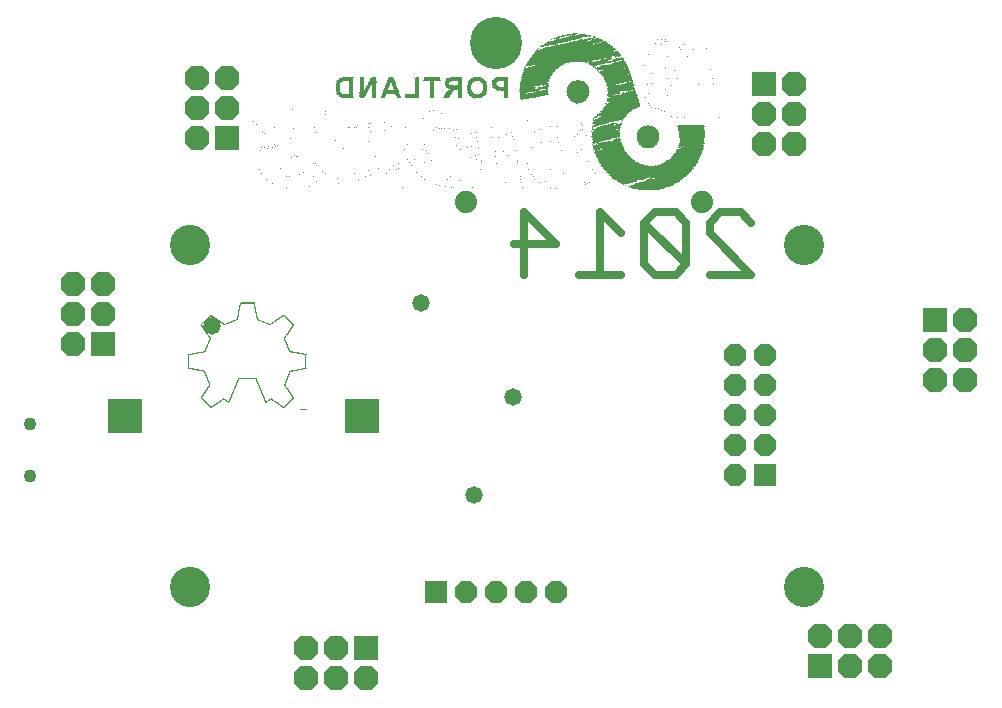
<source format=gbs>
G75*
%MOIN*%
%OFA0B0*%
%FSLAX24Y24*%
%IPPOS*%
%LPD*%
%AMOC8*
5,1,8,0,0,1.08239X$1,22.5*
%
%ADD10R,0.1161X0.1181*%
%ADD11R,0.1181X0.1181*%
%ADD12C,0.0280*%
%ADD13C,0.0434*%
%ADD14R,0.0720X0.0720*%
%ADD15OC8,0.0720*%
%ADD16C,0.1340*%
%ADD17C,0.0000*%
%ADD18R,0.0003X0.0003*%
%ADD19R,0.0010X0.0003*%
%ADD20R,0.0013X0.0003*%
%ADD21R,0.0016X0.0003*%
%ADD22R,0.0020X0.0003*%
%ADD23R,0.0013X0.0003*%
%ADD24R,0.0010X0.0003*%
%ADD25R,0.0007X0.0003*%
%ADD26R,0.0023X0.0003*%
%ADD27R,0.0007X0.0003*%
%ADD28R,0.0029X0.0003*%
%ADD29R,0.0007X0.0003*%
%ADD30R,0.0010X0.0003*%
%ADD31R,0.0575X0.0003*%
%ADD32R,0.0569X0.0003*%
%ADD33R,0.0029X0.0003*%
%ADD34R,0.0039X0.0003*%
%ADD35R,0.0039X0.0003*%
%ADD36R,0.0042X0.0003*%
%ADD37R,0.0043X0.0003*%
%ADD38R,0.0033X0.0003*%
%ADD39R,0.0007X0.0003*%
%ADD40R,0.0033X0.0003*%
%ADD41R,0.0036X0.0003*%
%ADD42R,0.0026X0.0003*%
%ADD43R,0.0020X0.0003*%
%ADD44R,0.0016X0.0003*%
%ADD45R,0.0013X0.0003*%
%ADD46R,0.0003X0.0003*%
%ADD47R,0.0464X0.0003*%
%ADD48R,0.0020X0.0020*%
%ADD49R,0.0453X0.0020*%
%ADD50R,0.0728X0.0020*%
%ADD51R,0.0906X0.0020*%
%ADD52R,0.1063X0.0020*%
%ADD53R,0.1181X0.0020*%
%ADD54R,0.1319X0.0020*%
%ADD55R,0.1398X0.0020*%
%ADD56R,0.1339X0.0020*%
%ADD57R,0.1260X0.0020*%
%ADD58R,0.0059X0.0020*%
%ADD59R,0.0118X0.0020*%
%ADD60R,0.1299X0.0020*%
%ADD61R,0.0236X0.0020*%
%ADD62R,0.0354X0.0020*%
%ADD63R,0.0492X0.0020*%
%ADD64R,0.1142X0.0020*%
%ADD65R,0.0551X0.0020*%
%ADD66R,0.0650X0.0020*%
%ADD67R,0.0689X0.0020*%
%ADD68R,0.0807X0.0020*%
%ADD69R,0.1004X0.0020*%
%ADD70R,0.0039X0.0020*%
%ADD71R,0.0984X0.0020*%
%ADD72R,0.0925X0.0020*%
%ADD73R,0.1024X0.0020*%
%ADD74R,0.0965X0.0020*%
%ADD75R,0.1102X0.0020*%
%ADD76R,0.1161X0.0020*%
%ADD77R,0.2441X0.0020*%
%ADD78R,0.2500X0.0020*%
%ADD79R,0.2539X0.0020*%
%ADD80R,0.2598X0.0020*%
%ADD81R,0.2618X0.0020*%
%ADD82R,0.2677X0.0020*%
%ADD83R,0.2697X0.0020*%
%ADD84R,0.2756X0.0020*%
%ADD85R,0.2795X0.0020*%
%ADD86R,0.2815X0.0020*%
%ADD87R,0.2835X0.0020*%
%ADD88R,0.2894X0.0020*%
%ADD89R,0.2913X0.0020*%
%ADD90R,0.2953X0.0020*%
%ADD91R,0.2992X0.0020*%
%ADD92R,0.3012X0.0020*%
%ADD93R,0.3031X0.0020*%
%ADD94R,0.3071X0.0020*%
%ADD95R,0.3110X0.0020*%
%ADD96R,0.1280X0.0020*%
%ADD97R,0.1496X0.0020*%
%ADD98R,0.1417X0.0020*%
%ADD99R,0.1201X0.0020*%
%ADD100R,0.1122X0.0020*%
%ADD101R,0.0098X0.0020*%
%ADD102R,0.1220X0.0020*%
%ADD103R,0.1083X0.0020*%
%ADD104R,0.1240X0.0020*%
%ADD105R,0.1043X0.0020*%
%ADD106R,0.0945X0.0020*%
%ADD107R,0.0886X0.0020*%
%ADD108R,0.0866X0.0020*%
%ADD109R,0.0846X0.0020*%
%ADD110R,0.0768X0.0020*%
%ADD111R,0.0827X0.0020*%
%ADD112R,0.0748X0.0020*%
%ADD113R,0.0787X0.0020*%
%ADD114R,0.0177X0.0020*%
%ADD115R,0.0256X0.0020*%
%ADD116R,0.0197X0.0020*%
%ADD117R,0.0315X0.0020*%
%ADD118R,0.0079X0.0020*%
%ADD119R,0.0394X0.0020*%
%ADD120R,0.0138X0.0020*%
%ADD121R,0.0591X0.0020*%
%ADD122R,0.0610X0.0020*%
%ADD123R,0.0630X0.0020*%
%ADD124R,0.0709X0.0020*%
%ADD125R,0.0669X0.0020*%
%ADD126R,0.0571X0.0020*%
%ADD127R,0.0217X0.0020*%
%ADD128R,0.0276X0.0020*%
%ADD129R,0.0295X0.0020*%
%ADD130R,0.0433X0.0020*%
%ADD131R,0.0512X0.0020*%
%ADD132R,0.0157X0.0020*%
%ADD133R,0.0413X0.0020*%
%ADD134R,0.0472X0.0020*%
%ADD135R,0.0374X0.0020*%
%ADD136R,0.0531X0.0020*%
%ADD137R,0.0335X0.0020*%
%ADD138R,0.1457X0.0020*%
%ADD139R,0.2106X0.0020*%
%ADD140R,0.2165X0.0020*%
%ADD141R,0.2283X0.0020*%
%ADD142R,0.2343X0.0020*%
%ADD143R,0.2402X0.0020*%
%ADD144R,0.2480X0.0020*%
%ADD145R,0.2933X0.0020*%
%ADD146R,0.2854X0.0020*%
%ADD147R,0.2776X0.0020*%
%ADD148R,0.2579X0.0020*%
%ADD149R,0.2382X0.0020*%
%ADD150R,0.2047X0.0020*%
%ADD151R,0.1969X0.0020*%
%ADD152R,0.1890X0.0020*%
%ADD153R,0.1811X0.0020*%
%ADD154R,0.0820X0.0820*%
%ADD155OC8,0.0820*%
%ADD156C,0.0740*%
%ADD157C,0.1740*%
%ADD158C,0.0580*%
D10*
X006065Y011565D03*
D11*
X013949Y011565D03*
D12*
X019372Y016272D02*
X019372Y018356D01*
X020414Y017314D01*
X019025Y017314D01*
X021200Y016272D02*
X022589Y016272D01*
X021894Y016272D02*
X021894Y018356D01*
X022589Y017661D01*
X023375Y018009D02*
X024764Y016619D01*
X024417Y016272D01*
X023722Y016272D01*
X023375Y016619D01*
X023375Y018009D01*
X023722Y018356D01*
X024417Y018356D01*
X024764Y018009D01*
X024764Y016619D01*
X025550Y016272D02*
X026939Y016272D01*
X025550Y017661D01*
X025550Y018009D01*
X025897Y018356D01*
X026592Y018356D01*
X026939Y018009D01*
D13*
X002906Y011309D03*
X002906Y009577D03*
D14*
X016418Y005699D03*
X027382Y009604D03*
D15*
X026382Y009604D03*
X026382Y010604D03*
X027382Y010604D03*
X027382Y011604D03*
X026382Y011604D03*
X026382Y012604D03*
X027382Y012604D03*
X027382Y013604D03*
X026382Y013604D03*
X020418Y005699D03*
X019418Y005699D03*
X018418Y005699D03*
X017418Y005699D03*
D16*
X008217Y005856D03*
X008217Y017274D03*
X028689Y017274D03*
X028689Y005856D03*
D17*
X012107Y011805D02*
X012102Y011811D01*
X012101Y011811D02*
X012101Y011805D01*
X012101Y011808D02*
X012100Y011809D01*
X012097Y011809D01*
X012096Y011808D01*
X012096Y011805D01*
X012095Y011806D02*
X012094Y011805D01*
X012091Y011805D01*
X012090Y011806D01*
X012090Y011808D01*
X012091Y011809D01*
X012094Y011809D01*
X012095Y011808D01*
X012095Y011806D01*
X012089Y011805D02*
X012089Y011809D01*
X012088Y011809D01*
X012086Y011808D01*
X012085Y011809D01*
X012084Y011808D01*
X012084Y011805D01*
X012083Y011806D02*
X012083Y011808D01*
X012082Y011809D01*
X012079Y011809D01*
X012078Y011808D01*
X012078Y011807D01*
X012083Y011807D01*
X012083Y011806D02*
X012082Y011805D01*
X012079Y011805D01*
X012077Y011805D02*
X012072Y011811D01*
X012071Y011811D02*
X012071Y011805D01*
X012067Y011805D01*
X012066Y011806D01*
X012066Y011808D01*
X012067Y011809D01*
X012071Y011809D01*
X012065Y011809D02*
X012065Y011806D01*
X012063Y011805D01*
X012060Y011805D01*
X012060Y011809D01*
X012059Y011808D02*
X012059Y011806D01*
X012057Y011805D01*
X012054Y011805D01*
X012053Y011805D02*
X012050Y011805D01*
X012051Y011805D02*
X012051Y011811D01*
X012053Y011811D01*
X012054Y011809D02*
X012057Y011809D01*
X012059Y011808D01*
X012054Y011809D02*
X012054Y011803D01*
X012055Y011802D01*
X012056Y011802D01*
X012049Y011806D02*
X012047Y011807D01*
X012044Y011807D01*
X012044Y011808D02*
X012044Y011805D01*
X012047Y011805D01*
X012049Y011806D01*
X012047Y011809D02*
X012045Y011809D01*
X012044Y011808D01*
X012043Y011809D02*
X012039Y011809D01*
X012038Y011808D01*
X012038Y011806D01*
X012039Y011805D01*
X012043Y011805D01*
X012043Y011811D01*
X012036Y011808D02*
X012035Y011809D01*
X012032Y011809D01*
X012033Y011807D02*
X012035Y011807D01*
X012036Y011808D01*
X012033Y011807D02*
X012032Y011806D01*
X012033Y011805D01*
X012036Y011805D01*
X012030Y011805D02*
X012026Y011811D01*
X012024Y011811D02*
X012021Y011811D01*
X012020Y011810D01*
X012020Y011806D01*
X012021Y011805D01*
X012024Y011805D01*
X012024Y011811D01*
X012018Y011808D02*
X012018Y011806D01*
X012017Y011805D01*
X012015Y011805D01*
X012014Y011806D01*
X012014Y011808D01*
X012015Y011809D01*
X012017Y011809D01*
X012018Y011808D01*
X012012Y011809D02*
X012012Y011806D01*
X012011Y011805D01*
X012010Y011806D01*
X012009Y011805D01*
X012008Y011806D01*
X012008Y011809D01*
X012006Y011809D02*
X012003Y011809D01*
X012002Y011808D01*
X012002Y011805D01*
X012000Y011805D02*
X011998Y011805D01*
X011999Y011805D02*
X011999Y011811D01*
X012000Y011811D01*
X011996Y011808D02*
X011996Y011806D01*
X011995Y011805D01*
X011993Y011805D01*
X011992Y011806D01*
X011992Y011808D01*
X011993Y011809D01*
X011995Y011809D01*
X011996Y011808D01*
X011990Y011806D02*
X011989Y011807D01*
X011986Y011807D01*
X011986Y011808D02*
X011986Y011805D01*
X011989Y011805D01*
X011990Y011806D01*
X011989Y011809D02*
X011987Y011809D01*
X011986Y011808D01*
X011984Y011808D02*
X011983Y011809D01*
X011980Y011809D01*
X011978Y011808D02*
X011977Y011809D01*
X011974Y011809D01*
X011975Y011807D02*
X011977Y011807D01*
X011978Y011808D01*
X011975Y011807D02*
X011974Y011806D01*
X011975Y011805D01*
X011978Y011805D01*
X011980Y011805D02*
X011983Y011805D01*
X011984Y011806D01*
X011984Y011808D01*
X011980Y011811D02*
X011980Y011805D01*
X011972Y011805D02*
X011968Y011811D01*
X011965Y011809D02*
X011966Y011808D01*
X011966Y011806D01*
X011965Y011805D01*
X011963Y011805D01*
X011962Y011806D01*
X011962Y011808D01*
X011963Y011809D01*
X011965Y011809D01*
X011960Y011808D02*
X011959Y011809D01*
X011956Y011809D01*
X011954Y011808D02*
X011953Y011809D01*
X011951Y011809D01*
X011950Y011808D01*
X011950Y011805D01*
X011948Y011806D02*
X011947Y011805D01*
X011946Y011806D01*
X011945Y011805D01*
X011944Y011806D01*
X011944Y011809D01*
X011948Y011809D02*
X011948Y011806D01*
X011942Y011803D02*
X011938Y011803D01*
X011935Y011806D02*
X011934Y011805D01*
X011935Y011806D02*
X011935Y011810D01*
X011936Y011809D02*
X011934Y011809D01*
X011932Y011808D02*
X011931Y011809D01*
X011929Y011809D01*
X011928Y011808D01*
X011928Y011807D01*
X011932Y011807D01*
X011932Y011806D02*
X011932Y011808D01*
X011932Y011806D02*
X011931Y011805D01*
X011929Y011805D01*
X011926Y011805D02*
X011926Y011809D01*
X011925Y011809D01*
X011924Y011808D01*
X011923Y011809D01*
X011922Y011808D01*
X011922Y011805D01*
X011920Y011805D02*
X011917Y011805D01*
X011916Y011806D01*
X011916Y011808D01*
X011917Y011809D01*
X011920Y011809D01*
X011920Y011802D01*
X011924Y011805D02*
X011924Y011808D01*
X011914Y011806D02*
X011913Y011806D01*
X011913Y011805D01*
X011914Y011805D01*
X011914Y011806D01*
X011911Y011805D02*
X011908Y011805D01*
X011907Y011806D01*
X011907Y011808D01*
X011908Y011809D01*
X011911Y011809D01*
X011911Y011811D02*
X011911Y011805D01*
X011905Y011805D02*
X011905Y011809D01*
X011904Y011809D01*
X011903Y011808D01*
X011902Y011809D01*
X011901Y011808D01*
X011901Y011805D01*
X011899Y011805D02*
X011896Y011805D01*
X011895Y011806D01*
X011895Y011808D01*
X011896Y011809D01*
X011899Y011809D01*
X011899Y011802D01*
X011903Y011805D02*
X011903Y011808D01*
X011954Y011811D02*
X011954Y011805D01*
X011956Y011806D02*
X011957Y011807D01*
X011959Y011807D01*
X011960Y011808D01*
X011960Y011805D02*
X011957Y011805D01*
X011956Y011806D01*
X012006Y011805D02*
X012006Y011809D01*
X012086Y011808D02*
X012086Y011805D01*
D18*
X011371Y011821D03*
X008937Y011821D03*
D19*
X008930Y011831D03*
X008927Y011834D03*
X008924Y011837D03*
X008920Y011840D03*
X008917Y011844D03*
X008914Y011847D03*
X008911Y011850D03*
X008907Y011854D03*
X008904Y011857D03*
X008901Y011860D03*
X008898Y011863D03*
X008894Y011867D03*
X008891Y011870D03*
X008888Y011873D03*
X008884Y011876D03*
X008881Y011880D03*
X008878Y011883D03*
X008875Y011886D03*
X008871Y011890D03*
X008868Y011893D03*
X008865Y011896D03*
X008862Y011899D03*
X008858Y011903D03*
X008855Y011906D03*
X008852Y011909D03*
X008849Y011912D03*
X008845Y011916D03*
X008842Y011919D03*
X008839Y011922D03*
X008835Y011925D03*
X008832Y011929D03*
X008829Y011932D03*
X008826Y011935D03*
X008822Y011939D03*
X008819Y011942D03*
X008816Y011945D03*
X008813Y011948D03*
X008809Y011952D03*
X008806Y011955D03*
X008803Y011958D03*
X008800Y011961D03*
X008796Y011965D03*
X008793Y011968D03*
X008790Y011971D03*
X008786Y011974D03*
X008783Y011978D03*
X008780Y011981D03*
X008777Y011984D03*
X008773Y011988D03*
X008770Y011991D03*
X008767Y011994D03*
X008764Y011997D03*
X008760Y012001D03*
X008757Y012004D03*
X008754Y012007D03*
X008750Y012010D03*
X008747Y012014D03*
X008744Y012017D03*
X008741Y012020D03*
X008737Y012023D03*
X008734Y012027D03*
X008731Y012030D03*
X008728Y012033D03*
X008724Y012037D03*
X008721Y012040D03*
X008718Y012043D03*
X008715Y012046D03*
X008711Y012050D03*
X008708Y012053D03*
X008705Y012056D03*
X008701Y012059D03*
X008698Y012063D03*
X008695Y012066D03*
X008692Y012069D03*
X008688Y012073D03*
X008685Y012076D03*
X008682Y012079D03*
X008679Y012082D03*
X008675Y012086D03*
X008672Y012089D03*
X008669Y012092D03*
X008666Y012095D03*
X008662Y012099D03*
X008659Y012102D03*
X008656Y012105D03*
X008652Y012108D03*
X008649Y012112D03*
X008646Y012115D03*
X008643Y012118D03*
X008639Y012122D03*
X008636Y012125D03*
X008633Y012128D03*
X008630Y012131D03*
X008626Y012135D03*
X008623Y012138D03*
X008620Y012141D03*
X008617Y012144D03*
X008617Y012151D03*
X008620Y012157D03*
X008623Y012161D03*
X008626Y012164D03*
X008626Y012167D03*
X008630Y012171D03*
X008633Y012174D03*
X008636Y012180D03*
X008639Y012184D03*
X008643Y012190D03*
X008646Y012193D03*
X008649Y012200D03*
X008652Y012203D03*
X008656Y012210D03*
X008659Y012213D03*
X008662Y012220D03*
X008666Y012223D03*
X008669Y012229D03*
X008672Y012233D03*
X008675Y012236D03*
X008679Y012242D03*
X008682Y012246D03*
X008685Y012252D03*
X008688Y012255D03*
X008692Y012262D03*
X008695Y012265D03*
X008698Y012272D03*
X008701Y012275D03*
X008705Y012282D03*
X008708Y012285D03*
X008711Y012291D03*
X008715Y012295D03*
X008718Y012301D03*
X008721Y012305D03*
X008724Y012308D03*
X008728Y012314D03*
X008731Y012318D03*
X008734Y012324D03*
X008741Y012334D03*
X008744Y012337D03*
X008747Y012344D03*
X008750Y012347D03*
X008754Y012354D03*
X008757Y012357D03*
X008760Y012363D03*
X008764Y012367D03*
X008767Y012370D03*
X008767Y012373D03*
X008770Y012376D03*
X008773Y012380D03*
X008777Y012386D03*
X008780Y012390D03*
X008783Y012396D03*
X008786Y012399D03*
X008790Y012406D03*
X008793Y012409D03*
X008796Y012416D03*
X008800Y012419D03*
X008803Y012425D03*
X008806Y012429D03*
X008809Y012435D03*
X008813Y012439D03*
X008816Y012442D03*
X008816Y012445D03*
X008819Y012448D03*
X008822Y012452D03*
X008826Y012458D03*
X008829Y012461D03*
X008832Y012468D03*
X008835Y012471D03*
X008839Y012478D03*
X008842Y012481D03*
X008845Y012488D03*
X008849Y012491D03*
X008852Y012497D03*
X008855Y012501D03*
X008858Y012507D03*
X008862Y012510D03*
X008865Y012514D03*
X008868Y012520D03*
X008871Y012523D03*
X008875Y012530D03*
X008878Y012533D03*
X008881Y012540D03*
X008884Y012543D03*
X008888Y012550D03*
X008891Y012553D03*
X008894Y012559D03*
X008898Y012563D03*
X008901Y012569D03*
X008904Y012573D03*
X008907Y012579D03*
X008907Y012582D03*
X008904Y012589D03*
X008901Y012599D03*
X008898Y012605D03*
X008894Y012615D03*
X008891Y012622D03*
X008888Y012631D03*
X008884Y012638D03*
X008881Y012648D03*
X008878Y012654D03*
X008875Y012664D03*
X008871Y012671D03*
X008868Y012680D03*
X008865Y012687D03*
X008862Y012697D03*
X008855Y012713D03*
X008852Y012723D03*
X008849Y012729D03*
X008845Y012739D03*
X008842Y012746D03*
X008839Y012755D03*
X008835Y012762D03*
X008832Y012772D03*
X008829Y012778D03*
X008826Y012788D03*
X008822Y012795D03*
X008819Y012805D03*
X008816Y012811D03*
X008813Y012821D03*
X008809Y012827D03*
X008803Y012844D03*
X008800Y012854D03*
X008796Y012860D03*
X008793Y012870D03*
X008790Y012876D03*
X008786Y012886D03*
X008783Y012893D03*
X008780Y012903D03*
X008777Y012909D03*
X008773Y012919D03*
X008770Y012925D03*
X008767Y012935D03*
X008764Y012942D03*
X008760Y012952D03*
X008757Y012958D03*
X008754Y012968D03*
X008750Y012974D03*
X008747Y012984D03*
X008744Y012994D03*
X008741Y013001D03*
X008737Y013010D03*
X008734Y013017D03*
X008731Y013027D03*
X008728Y013033D03*
X008205Y013141D03*
X008205Y013144D03*
X008205Y013148D03*
X008205Y013151D03*
X008205Y013154D03*
X008205Y013157D03*
X008205Y013161D03*
X008205Y013164D03*
X008205Y013167D03*
X008205Y013171D03*
X008205Y013174D03*
X008205Y013177D03*
X008205Y013180D03*
X008205Y013184D03*
X008205Y013187D03*
X008205Y013190D03*
X008205Y013193D03*
X008205Y013197D03*
X008205Y013200D03*
X008205Y013203D03*
X008205Y013206D03*
X008205Y013210D03*
X008205Y013213D03*
X008205Y013216D03*
X008205Y013220D03*
X008205Y013223D03*
X008205Y013226D03*
X008205Y013229D03*
X008205Y013233D03*
X008205Y013236D03*
X008205Y013239D03*
X008205Y013242D03*
X008205Y013246D03*
X008205Y013249D03*
X008205Y013252D03*
X008205Y013255D03*
X008205Y013259D03*
X008205Y013262D03*
X008205Y013265D03*
X008205Y013269D03*
X008205Y013272D03*
X008205Y013275D03*
X008205Y013278D03*
X008205Y013282D03*
X008205Y013285D03*
X008205Y013288D03*
X008734Y013697D03*
X008737Y013700D03*
X008737Y013703D03*
X008741Y013710D03*
X008744Y013716D03*
X008747Y013723D03*
X008750Y013733D03*
X008754Y013739D03*
X008757Y013746D03*
X008760Y013755D03*
X008764Y013762D03*
X008767Y013769D03*
X008770Y013778D03*
X008773Y013785D03*
X008777Y013791D03*
X008780Y013801D03*
X008783Y013808D03*
X008786Y013814D03*
X008790Y013824D03*
X008793Y013831D03*
X008796Y013837D03*
X008800Y013847D03*
X008803Y013854D03*
X008806Y013860D03*
X008809Y013867D03*
X008809Y013870D03*
X008813Y013876D03*
X008816Y013883D03*
X008819Y013890D03*
X008822Y013899D03*
X008826Y013906D03*
X008829Y013912D03*
X008832Y013922D03*
X008835Y013929D03*
X008839Y013935D03*
X008842Y013945D03*
X008845Y013952D03*
X008849Y013958D03*
X008852Y013968D03*
X008855Y013974D03*
X008858Y013981D03*
X008862Y013991D03*
X008865Y013997D03*
X008868Y014004D03*
X008871Y014014D03*
X008875Y014020D03*
X008878Y014027D03*
X008881Y014037D03*
X008884Y014043D03*
X008888Y014050D03*
X008891Y014056D03*
X008894Y014066D03*
X008898Y014073D03*
X008901Y014079D03*
X008904Y014089D03*
X008907Y014095D03*
X008911Y014102D03*
X008914Y014112D03*
X008917Y014118D03*
X008920Y014125D03*
X008920Y014135D03*
X008917Y014138D03*
X008914Y014144D03*
X008911Y014148D03*
X008907Y014154D03*
X008904Y014157D03*
X008901Y014164D03*
X008898Y014167D03*
X008894Y014171D03*
X008891Y014177D03*
X008888Y014180D03*
X008884Y014187D03*
X008881Y014190D03*
X008878Y014197D03*
X008875Y014200D03*
X008871Y014206D03*
X008868Y014210D03*
X008865Y014216D03*
X008862Y014220D03*
X008858Y014226D03*
X008855Y014229D03*
X008852Y014233D03*
X008849Y014239D03*
X008845Y014242D03*
X008842Y014249D03*
X008839Y014252D03*
X008835Y014259D03*
X008832Y014262D03*
X008829Y014269D03*
X008826Y014272D03*
X008822Y014278D03*
X008819Y014282D03*
X008816Y014288D03*
X008813Y014291D03*
X008809Y014295D03*
X008806Y014301D03*
X008803Y014305D03*
X008800Y014311D03*
X008796Y014314D03*
X008793Y014321D03*
X008790Y014324D03*
X008786Y014331D03*
X008783Y014334D03*
X008780Y014340D03*
X008777Y014344D03*
X008773Y014350D03*
X008770Y014354D03*
X008767Y014357D03*
X008764Y014363D03*
X008760Y014367D03*
X008757Y014373D03*
X008754Y014376D03*
X008750Y014383D03*
X008747Y014386D03*
X008744Y014393D03*
X008741Y014396D03*
X008737Y014403D03*
X008734Y014406D03*
X008731Y014412D03*
X008728Y014416D03*
X008724Y014419D03*
X008721Y014425D03*
X008718Y014429D03*
X008715Y014435D03*
X008711Y014439D03*
X008708Y014445D03*
X008705Y014448D03*
X008701Y014455D03*
X008698Y014458D03*
X008695Y014465D03*
X008692Y014468D03*
X008688Y014474D03*
X008685Y014478D03*
X008682Y014481D03*
X008679Y014488D03*
X008675Y014491D03*
X008672Y014497D03*
X008669Y014501D03*
X008666Y014507D03*
X008662Y014510D03*
X008659Y014517D03*
X008656Y014520D03*
X008652Y014527D03*
X008649Y014530D03*
X008646Y014537D03*
X008643Y014540D03*
X008639Y014543D03*
X008636Y014550D03*
X008633Y014553D03*
X008630Y014559D03*
X008626Y014563D03*
X008623Y014569D03*
X008620Y014573D03*
X008617Y014579D03*
X008613Y014582D03*
X008617Y014586D03*
X008620Y014589D03*
X008623Y014592D03*
X008626Y014595D03*
X008630Y014599D03*
X008633Y014602D03*
X008636Y014605D03*
X008639Y014608D03*
X008643Y014612D03*
X008646Y014615D03*
X008649Y014618D03*
X008652Y014622D03*
X008656Y014625D03*
X008659Y014628D03*
X008662Y014631D03*
X008666Y014635D03*
X008669Y014638D03*
X008672Y014641D03*
X008675Y014644D03*
X008679Y014648D03*
X008682Y014651D03*
X008685Y014654D03*
X008688Y014657D03*
X008692Y014661D03*
X008695Y014664D03*
X008698Y014667D03*
X008701Y014671D03*
X008705Y014674D03*
X008708Y014677D03*
X008711Y014680D03*
X008715Y014684D03*
X008718Y014687D03*
X008721Y014690D03*
X008724Y014693D03*
X008728Y014697D03*
X008731Y014700D03*
X008734Y014703D03*
X008737Y014706D03*
X008741Y014710D03*
X008744Y014713D03*
X008747Y014716D03*
X008750Y014720D03*
X008754Y014723D03*
X008757Y014726D03*
X008760Y014729D03*
X008764Y014733D03*
X008767Y014736D03*
X008770Y014739D03*
X008773Y014742D03*
X008777Y014746D03*
X008780Y014749D03*
X008783Y014752D03*
X008786Y014755D03*
X008790Y014759D03*
X008793Y014762D03*
X008796Y014765D03*
X008800Y014769D03*
X008803Y014772D03*
X008806Y014775D03*
X008809Y014778D03*
X008813Y014782D03*
X008816Y014785D03*
X008819Y014788D03*
X008822Y014791D03*
X008826Y014795D03*
X008829Y014798D03*
X008832Y014801D03*
X008835Y014805D03*
X008839Y014808D03*
X008842Y014811D03*
X008845Y014814D03*
X008849Y014818D03*
X008852Y014821D03*
X008855Y014824D03*
X008858Y014827D03*
X008862Y014831D03*
X008865Y014834D03*
X008868Y014837D03*
X008871Y014840D03*
X008875Y014844D03*
X008878Y014847D03*
X008881Y014850D03*
X008884Y014854D03*
X008888Y014857D03*
X008891Y014860D03*
X008894Y014863D03*
X008901Y014870D03*
X008904Y014873D03*
X008907Y014876D03*
X008911Y014880D03*
X008914Y014883D03*
X008917Y014886D03*
X008920Y014890D03*
X008924Y014893D03*
X008927Y014896D03*
X008930Y014899D03*
X008937Y014906D03*
X008979Y014876D03*
X009051Y014827D03*
X009123Y014778D03*
X009195Y014729D03*
X009267Y014680D03*
X009339Y014631D03*
X009822Y014769D03*
X009826Y014782D03*
X009829Y014798D03*
X009832Y014814D03*
X009832Y014818D03*
X009835Y014834D03*
X009839Y014850D03*
X009839Y014854D03*
X009842Y014870D03*
X009845Y014886D03*
X009849Y014903D03*
X009849Y014906D03*
X009852Y014922D03*
X009855Y014939D03*
X009858Y014955D03*
X009858Y014958D03*
X009862Y014974D03*
X009865Y014991D03*
X009868Y015007D03*
X009868Y015010D03*
X009871Y015027D03*
X009875Y015043D03*
X009875Y015046D03*
X009878Y015063D03*
X009881Y015079D03*
X009884Y015095D03*
X009884Y015099D03*
X009888Y015115D03*
X009891Y015131D03*
X009894Y015148D03*
X009894Y015151D03*
X009898Y015167D03*
X009901Y015184D03*
X009901Y015187D03*
X009904Y015200D03*
X009904Y015203D03*
X009907Y015220D03*
X009911Y015236D03*
X009911Y015239D03*
X009914Y015252D03*
X009914Y015255D03*
X009917Y015272D03*
X009920Y015288D03*
X009920Y015291D03*
X009924Y015308D03*
X010384Y015311D03*
X010388Y015295D03*
X010388Y015291D03*
X010391Y015275D03*
X010394Y015259D03*
X010398Y015242D03*
X010398Y015239D03*
X010401Y015223D03*
X010404Y015206D03*
X010407Y015190D03*
X010407Y015187D03*
X010411Y015171D03*
X010414Y015154D03*
X010417Y015138D03*
X010417Y015135D03*
X010420Y015118D03*
X010424Y015102D03*
X010424Y015099D03*
X010427Y015086D03*
X010427Y015082D03*
X010430Y015066D03*
X010433Y015050D03*
X010433Y015046D03*
X010437Y015030D03*
X010440Y015014D03*
X010443Y014997D03*
X010443Y014994D03*
X010447Y014978D03*
X010450Y014961D03*
X010453Y014945D03*
X010453Y014942D03*
X010456Y014925D03*
X010460Y014909D03*
X010463Y014893D03*
X010463Y014890D03*
X010466Y014873D03*
X010469Y014857D03*
X010473Y014840D03*
X010473Y014837D03*
X010476Y014821D03*
X010479Y014805D03*
X010483Y014788D03*
X010483Y014785D03*
X010486Y014769D03*
X011195Y014785D03*
X011309Y014863D03*
X011378Y014899D03*
X011381Y014896D03*
X011384Y014893D03*
X011388Y014890D03*
X011391Y014886D03*
X011394Y014883D03*
X011398Y014880D03*
X011401Y014876D03*
X011404Y014873D03*
X011407Y014870D03*
X011414Y014863D03*
X011417Y014860D03*
X011420Y014857D03*
X011424Y014854D03*
X011427Y014850D03*
X011430Y014847D03*
X011433Y014844D03*
X011437Y014840D03*
X011440Y014837D03*
X011443Y014834D03*
X011447Y014831D03*
X011450Y014827D03*
X011453Y014824D03*
X011456Y014821D03*
X011460Y014818D03*
X011463Y014814D03*
X011466Y014811D03*
X011469Y014808D03*
X011473Y014805D03*
X011476Y014801D03*
X011479Y014798D03*
X011483Y014795D03*
X011486Y014791D03*
X011489Y014788D03*
X011492Y014785D03*
X011496Y014782D03*
X011499Y014778D03*
X011502Y014775D03*
X011505Y014772D03*
X011509Y014769D03*
X011512Y014765D03*
X011515Y014762D03*
X011518Y014759D03*
X011522Y014755D03*
X011525Y014752D03*
X011528Y014749D03*
X011532Y014746D03*
X011535Y014742D03*
X011538Y014739D03*
X011541Y014736D03*
X011545Y014733D03*
X011548Y014729D03*
X011551Y014726D03*
X011554Y014723D03*
X011558Y014720D03*
X011561Y014716D03*
X011564Y014713D03*
X011567Y014710D03*
X011571Y014706D03*
X011574Y014703D03*
X011577Y014700D03*
X011581Y014697D03*
X011584Y014693D03*
X011587Y014690D03*
X011600Y014677D03*
X011603Y014674D03*
X011607Y014671D03*
X011610Y014667D03*
X011613Y014664D03*
X011617Y014661D03*
X011620Y014657D03*
X011623Y014654D03*
X011626Y014651D03*
X011630Y014648D03*
X011633Y014644D03*
X011636Y014641D03*
X011639Y014638D03*
X011643Y014635D03*
X011646Y014631D03*
X011649Y014628D03*
X011652Y014625D03*
X011656Y014622D03*
X011659Y014618D03*
X011662Y014615D03*
X011666Y014612D03*
X011669Y014608D03*
X011672Y014605D03*
X011675Y014602D03*
X011679Y014599D03*
X011682Y014595D03*
X011685Y014592D03*
X011688Y014589D03*
X011692Y014586D03*
X011695Y014582D03*
X011692Y014576D03*
X011688Y014573D03*
X011685Y014566D03*
X011682Y014563D03*
X011679Y014556D03*
X011675Y014553D03*
X011672Y014546D03*
X011669Y014543D03*
X011666Y014540D03*
X011662Y014533D03*
X011659Y014530D03*
X011656Y014523D03*
X011652Y014520D03*
X011649Y014514D03*
X011646Y014510D03*
X011643Y014504D03*
X011639Y014501D03*
X011636Y014494D03*
X011633Y014491D03*
X011630Y014484D03*
X011626Y014481D03*
X011623Y014478D03*
X011620Y014471D03*
X011617Y014468D03*
X011613Y014461D03*
X011610Y014458D03*
X011607Y014452D03*
X011603Y014448D03*
X011600Y014442D03*
X011587Y014425D03*
X011584Y014419D03*
X011581Y014416D03*
X011577Y014409D03*
X011574Y014406D03*
X011571Y014399D03*
X011567Y014396D03*
X011564Y014390D03*
X011561Y014386D03*
X011558Y014380D03*
X011554Y014376D03*
X011551Y014373D03*
X011551Y014370D03*
X011548Y014367D03*
X011545Y014363D03*
X011541Y014357D03*
X011538Y014354D03*
X011535Y014347D03*
X011532Y014344D03*
X011528Y014337D03*
X011525Y014334D03*
X011522Y014327D03*
X011518Y014324D03*
X011515Y014318D03*
X011512Y014314D03*
X011509Y014311D03*
X011505Y014305D03*
X011502Y014301D03*
X011499Y014295D03*
X011496Y014291D03*
X011492Y014285D03*
X011489Y014282D03*
X011486Y014275D03*
X011483Y014272D03*
X011479Y014265D03*
X011476Y014262D03*
X011473Y014259D03*
X011473Y014255D03*
X011469Y014252D03*
X011466Y014249D03*
X011463Y014242D03*
X011460Y014239D03*
X011456Y014233D03*
X011453Y014229D03*
X011450Y014223D03*
X011447Y014220D03*
X011443Y014213D03*
X011440Y014210D03*
X011437Y014203D03*
X011433Y014200D03*
X011430Y014197D03*
X011427Y014190D03*
X011424Y014187D03*
X011420Y014180D03*
X011417Y014177D03*
X011414Y014171D03*
X011411Y014167D03*
X011407Y014161D03*
X011404Y014157D03*
X011401Y014151D03*
X011398Y014148D03*
X011394Y014144D03*
X011394Y014141D03*
X011391Y014138D03*
X011388Y014135D03*
X011388Y014125D03*
X011391Y014118D03*
X011398Y014102D03*
X011401Y014095D03*
X011407Y014079D03*
X011411Y014073D03*
X011417Y014056D03*
X011420Y014050D03*
X011427Y014033D03*
X011430Y014027D03*
X011437Y014010D03*
X011440Y014004D03*
X011447Y013988D03*
X011450Y013981D03*
X011453Y013971D03*
X011456Y013965D03*
X011460Y013958D03*
X011463Y013948D03*
X011466Y013942D03*
X011469Y013935D03*
X011473Y013925D03*
X011476Y013919D03*
X011479Y013912D03*
X011483Y013903D03*
X011486Y013896D03*
X011489Y013890D03*
X011492Y013880D03*
X011496Y013873D03*
X011499Y013867D03*
X011502Y013857D03*
X011509Y013844D03*
X011512Y013834D03*
X011515Y013827D03*
X011518Y013821D03*
X011522Y013811D03*
X011525Y013805D03*
X011528Y013798D03*
X011532Y013788D03*
X011535Y013782D03*
X011538Y013775D03*
X011541Y013765D03*
X011545Y013759D03*
X011548Y013752D03*
X011551Y013742D03*
X011554Y013736D03*
X011558Y013729D03*
X011561Y013720D03*
X011564Y013713D03*
X011567Y013706D03*
X011571Y013697D03*
X011581Y013030D03*
X011577Y013023D03*
X011574Y013014D03*
X011571Y013007D03*
X011567Y012997D03*
X011564Y012991D03*
X011561Y012981D03*
X011558Y012974D03*
X011554Y012965D03*
X011551Y012958D03*
X011548Y012948D03*
X011541Y012932D03*
X011538Y012925D03*
X011535Y012916D03*
X011532Y012909D03*
X011528Y012899D03*
X011525Y012893D03*
X011522Y012883D03*
X011515Y012867D03*
X011512Y012860D03*
X011509Y012850D03*
X011505Y012844D03*
X011502Y012834D03*
X011492Y012811D03*
X011489Y012801D03*
X011486Y012795D03*
X011483Y012785D03*
X011479Y012778D03*
X011476Y012769D03*
X011473Y012762D03*
X011469Y012752D03*
X011466Y012746D03*
X011463Y012736D03*
X011456Y012720D03*
X011453Y012713D03*
X011450Y012703D03*
X011447Y012697D03*
X011443Y012687D03*
X011440Y012680D03*
X011437Y012671D03*
X011433Y012664D03*
X011430Y012654D03*
X011424Y012638D03*
X011420Y012631D03*
X011417Y012622D03*
X011414Y012615D03*
X011411Y012605D03*
X011407Y012599D03*
X011404Y012589D03*
X011401Y012582D03*
X011401Y012579D03*
X011404Y012573D03*
X011407Y012569D03*
X011411Y012563D03*
X011414Y012559D03*
X011417Y012553D03*
X011420Y012550D03*
X011424Y012543D03*
X011427Y012540D03*
X011430Y012537D03*
X011433Y012530D03*
X011437Y012527D03*
X011440Y012520D03*
X011443Y012517D03*
X011447Y012510D03*
X011450Y012507D03*
X011453Y012501D03*
X011456Y012497D03*
X011460Y012491D03*
X011463Y012488D03*
X011466Y012481D03*
X011469Y012478D03*
X011473Y012474D03*
X011476Y012468D03*
X011479Y012465D03*
X011483Y012458D03*
X011486Y012455D03*
X011489Y012448D03*
X011492Y012445D03*
X011496Y012439D03*
X011499Y012435D03*
X011502Y012429D03*
X011505Y012425D03*
X011509Y012422D03*
X011509Y012419D03*
X011512Y012416D03*
X011515Y012412D03*
X011518Y012406D03*
X011522Y012403D03*
X011525Y012396D03*
X011528Y012393D03*
X011532Y012386D03*
X011535Y012383D03*
X011538Y012376D03*
X011541Y012373D03*
X011545Y012367D03*
X011548Y012363D03*
X011551Y012360D03*
X011554Y012354D03*
X011558Y012350D03*
X011561Y012344D03*
X011564Y012340D03*
X011567Y012334D03*
X011571Y012331D03*
X011574Y012324D03*
X011577Y012321D03*
X011581Y012314D03*
X011584Y012311D03*
X011587Y012308D03*
X011587Y012305D03*
X011600Y012288D03*
X011603Y012282D03*
X011607Y012278D03*
X011610Y012272D03*
X011613Y012269D03*
X011617Y012262D03*
X011620Y012259D03*
X011623Y012252D03*
X011626Y012249D03*
X011630Y012246D03*
X011630Y012242D03*
X011633Y012239D03*
X011636Y012236D03*
X011639Y012229D03*
X011643Y012226D03*
X011646Y012220D03*
X011649Y012216D03*
X011652Y012210D03*
X011656Y012206D03*
X011659Y012200D03*
X011662Y012197D03*
X011666Y012190D03*
X011669Y012187D03*
X011672Y012184D03*
X011675Y012177D03*
X011679Y012174D03*
X011682Y012167D03*
X011685Y012164D03*
X011688Y012157D03*
X011692Y012154D03*
X011695Y012148D03*
X011620Y012073D03*
X011617Y012069D03*
X011613Y012066D03*
X011610Y012063D03*
X011607Y012059D03*
X011603Y012056D03*
X011600Y012053D03*
X011587Y012040D03*
X011584Y012037D03*
X011581Y012033D03*
X011577Y012030D03*
X011574Y012027D03*
X011571Y012023D03*
X011567Y012020D03*
X011564Y012017D03*
X011561Y012014D03*
X011558Y012010D03*
X011554Y012007D03*
X011551Y012004D03*
X011548Y012001D03*
X011545Y011997D03*
X011541Y011994D03*
X011538Y011991D03*
X011535Y011988D03*
X011532Y011984D03*
X011528Y011981D03*
X011525Y011978D03*
X011522Y011974D03*
X011518Y011971D03*
X011515Y011968D03*
X011512Y011965D03*
X011509Y011961D03*
X011505Y011958D03*
X011502Y011955D03*
X011499Y011952D03*
X011496Y011948D03*
X011492Y011945D03*
X011489Y011942D03*
X011486Y011939D03*
X011483Y011935D03*
X011479Y011932D03*
X011476Y011929D03*
X011473Y011925D03*
X011469Y011922D03*
X011466Y011919D03*
X011463Y011916D03*
X011460Y011912D03*
X011456Y011909D03*
X011453Y011906D03*
X011450Y011903D03*
X011447Y011899D03*
X011443Y011896D03*
X011440Y011893D03*
X011437Y011890D03*
X011433Y011886D03*
X011430Y011883D03*
X011427Y011880D03*
X011424Y011876D03*
X011420Y011873D03*
X011417Y011870D03*
X011414Y011867D03*
X011411Y011863D03*
X011407Y011860D03*
X011404Y011857D03*
X011401Y011854D03*
X011398Y011850D03*
X011394Y011847D03*
X011391Y011844D03*
X011388Y011840D03*
X011384Y011837D03*
X011381Y011834D03*
X011378Y011831D03*
X011371Y011824D03*
X011306Y011870D03*
X011244Y011912D03*
X010986Y012089D03*
X010770Y012004D03*
X010764Y012017D03*
X010760Y012027D03*
X010757Y012033D03*
X010754Y012043D03*
X010750Y012050D03*
X010747Y012059D03*
X010744Y012066D03*
X010741Y012073D03*
X010737Y012082D03*
X010734Y012089D03*
X010731Y012099D03*
X010728Y012105D03*
X010724Y012112D03*
X010721Y012122D03*
X010718Y012128D03*
X010715Y012138D03*
X010711Y012144D03*
X010708Y012154D03*
X010705Y012161D03*
X010701Y012167D03*
X010698Y012177D03*
X010695Y012184D03*
X010692Y012193D03*
X010688Y012200D03*
X010682Y012216D03*
X010679Y012223D03*
X010675Y012233D03*
X010672Y012239D03*
X010669Y012249D03*
X010666Y012255D03*
X010662Y012262D03*
X010659Y012272D03*
X010656Y012278D03*
X010652Y012288D03*
X010649Y012295D03*
X010646Y012305D03*
X010643Y012311D03*
X010639Y012318D03*
X010633Y012334D03*
X010630Y012344D03*
X010626Y012350D03*
X010623Y012357D03*
X010620Y012367D03*
X010617Y012373D03*
X010613Y012383D03*
X010610Y012390D03*
X010607Y012399D03*
X010603Y012406D03*
X010600Y012412D03*
X010597Y012422D03*
X010594Y012429D03*
X010590Y012439D03*
X010577Y012468D03*
X010574Y012478D03*
X010571Y012484D03*
X010567Y012494D03*
X010564Y012501D03*
X010561Y012507D03*
X010558Y012517D03*
X010554Y012523D03*
X010551Y012533D03*
X010548Y012540D03*
X010545Y012550D03*
X010541Y012556D03*
X010538Y012563D03*
X010535Y012573D03*
X010532Y012579D03*
X010528Y012589D03*
X010525Y012595D03*
X010522Y012605D03*
X010518Y012612D03*
X010515Y012618D03*
X010512Y012628D03*
X010509Y012635D03*
X010505Y012644D03*
X010502Y012651D03*
X010499Y012657D03*
X010496Y012667D03*
X010492Y012674D03*
X010489Y012684D03*
X010486Y012690D03*
X010483Y012700D03*
X010479Y012706D03*
X010476Y012713D03*
X010473Y012723D03*
X010469Y012729D03*
X010466Y012739D03*
X010463Y012746D03*
X010460Y012752D03*
X010460Y012755D03*
X010456Y012762D03*
X010453Y012769D03*
X010450Y012778D03*
X010447Y012785D03*
X010443Y012795D03*
X010440Y012801D03*
X009868Y012798D03*
X009865Y012791D03*
X009862Y012785D03*
X009858Y012775D03*
X009855Y012769D03*
X009852Y012759D03*
X009849Y012752D03*
X009845Y012742D03*
X009842Y012736D03*
X009839Y012729D03*
X009835Y012720D03*
X009832Y012713D03*
X009829Y012703D03*
X009826Y012697D03*
X009822Y012690D03*
X009822Y012687D03*
X009819Y012680D03*
X009816Y012674D03*
X009813Y012664D03*
X009809Y012657D03*
X009806Y012648D03*
X009803Y012641D03*
X009800Y012635D03*
X009796Y012625D03*
X009793Y012618D03*
X009790Y012608D03*
X009786Y012602D03*
X009783Y012592D03*
X009780Y012586D03*
X009777Y012579D03*
X009773Y012569D03*
X009770Y012563D03*
X009767Y012553D03*
X009764Y012546D03*
X009760Y012540D03*
X009757Y012530D03*
X009754Y012523D03*
X009750Y012514D03*
X009747Y012507D03*
X009744Y012497D03*
X009741Y012491D03*
X009737Y012484D03*
X009734Y012474D03*
X009731Y012468D03*
X009728Y012458D03*
X009724Y012452D03*
X009721Y012445D03*
X009718Y012435D03*
X009715Y012429D03*
X009711Y012419D03*
X009708Y012412D03*
X009705Y012403D03*
X009701Y012396D03*
X009698Y012390D03*
X009695Y012380D03*
X009692Y012373D03*
X009688Y012363D03*
X009685Y012357D03*
X009682Y012350D03*
X009679Y012340D03*
X009675Y012334D03*
X009672Y012324D03*
X009669Y012318D03*
X009666Y012308D03*
X009662Y012301D03*
X009659Y012295D03*
X009656Y012285D03*
X009652Y012278D03*
X009649Y012269D03*
X009646Y012262D03*
X009639Y012246D03*
X009636Y012239D03*
X009633Y012229D03*
X009630Y012223D03*
X009626Y012213D03*
X009623Y012206D03*
X009620Y012200D03*
X009617Y012190D03*
X009613Y012184D03*
X009610Y012174D03*
X009607Y012167D03*
X009600Y012151D03*
X009597Y012144D03*
X009594Y012135D03*
X009590Y012128D03*
X009587Y012118D03*
X009584Y012112D03*
X009581Y012105D03*
X009577Y012095D03*
X009564Y012063D03*
X009561Y012056D03*
X009558Y012050D03*
X009554Y012040D03*
X009551Y012033D03*
X009548Y012023D03*
X009545Y012017D03*
X009358Y012115D03*
X009342Y012102D03*
X009290Y012066D03*
X009175Y011988D03*
X009009Y011873D03*
D20*
X009014Y011876D03*
X009017Y011880D03*
X009023Y011883D03*
X009027Y011886D03*
X009033Y011890D03*
X009036Y011893D03*
X009043Y011896D03*
X009046Y011899D03*
X009053Y011903D03*
X009069Y011916D03*
X009076Y011919D03*
X009079Y011922D03*
X009085Y011925D03*
X009089Y011929D03*
X009095Y011932D03*
X009099Y011935D03*
X009105Y011939D03*
X009108Y011942D03*
X009115Y011945D03*
X009118Y011948D03*
X009121Y011952D03*
X009128Y011955D03*
X009131Y011958D03*
X009138Y011961D03*
X009141Y011965D03*
X009148Y011968D03*
X009151Y011971D03*
X009157Y011974D03*
X009161Y011978D03*
X009167Y011981D03*
X009170Y011984D03*
X009180Y011991D03*
X009184Y011994D03*
X009190Y011997D03*
X009193Y012001D03*
X009200Y012004D03*
X009203Y012007D03*
X009210Y012010D03*
X009213Y012014D03*
X009219Y012017D03*
X009223Y012020D03*
X009229Y012023D03*
X009233Y012027D03*
X009236Y012030D03*
X009242Y012033D03*
X009246Y012037D03*
X009252Y012040D03*
X009255Y012043D03*
X009262Y012046D03*
X009265Y012050D03*
X009272Y012053D03*
X009275Y012056D03*
X009282Y012059D03*
X009285Y012063D03*
X009295Y012069D03*
X009298Y012073D03*
X009304Y012076D03*
X009308Y012079D03*
X009314Y012082D03*
X009317Y012086D03*
X009324Y012089D03*
X009327Y012092D03*
X009334Y012095D03*
X009337Y012099D03*
X009347Y012105D03*
X009373Y012105D03*
X009380Y012102D03*
X009389Y012095D03*
X009396Y012092D03*
X009402Y012089D03*
X009412Y012082D03*
X009419Y012079D03*
X009425Y012076D03*
X009442Y012066D03*
X009448Y012063D03*
X009465Y012053D03*
X009471Y012050D03*
X009487Y012040D03*
X009494Y012037D03*
X009510Y012027D03*
X009517Y012023D03*
X009540Y012010D03*
X009004Y011870D03*
X009000Y011867D03*
X008994Y011863D03*
X008991Y011860D03*
X008984Y011857D03*
X008981Y011854D03*
X008974Y011850D03*
X008971Y011847D03*
X008965Y011844D03*
X008961Y011840D03*
X008955Y011837D03*
X008951Y011834D03*
X008948Y011831D03*
X008938Y011824D03*
X008723Y013037D03*
X008206Y013138D03*
X008206Y013592D03*
X009262Y014684D03*
X009259Y014687D03*
X009252Y014690D03*
X009249Y014693D03*
X009242Y014697D03*
X009239Y014700D03*
X009233Y014703D03*
X009229Y014706D03*
X009223Y014710D03*
X009219Y014713D03*
X009213Y014716D03*
X009210Y014720D03*
X009203Y014723D03*
X009200Y014726D03*
X009190Y014733D03*
X009187Y014736D03*
X009180Y014739D03*
X009177Y014742D03*
X009170Y014746D03*
X009167Y014749D03*
X009161Y014752D03*
X009157Y014755D03*
X009151Y014759D03*
X009148Y014762D03*
X009141Y014765D03*
X009138Y014769D03*
X009131Y014772D03*
X009128Y014775D03*
X009118Y014782D03*
X009115Y014785D03*
X009108Y014788D03*
X009105Y014791D03*
X009099Y014795D03*
X009095Y014798D03*
X009089Y014801D03*
X009085Y014805D03*
X009079Y014808D03*
X009076Y014811D03*
X009069Y014814D03*
X009046Y014831D03*
X009043Y014834D03*
X009036Y014837D03*
X009033Y014840D03*
X009027Y014844D03*
X009023Y014847D03*
X009017Y014850D03*
X009014Y014854D03*
X009007Y014857D03*
X009004Y014860D03*
X008997Y014863D03*
X008987Y014870D03*
X008984Y014873D03*
X008974Y014880D03*
X008971Y014883D03*
X008965Y014886D03*
X008961Y014890D03*
X008955Y014893D03*
X008951Y014896D03*
X008945Y014899D03*
X009272Y014677D03*
X009275Y014674D03*
X009282Y014671D03*
X009285Y014667D03*
X009291Y014664D03*
X009295Y014661D03*
X009301Y014657D03*
X009304Y014654D03*
X009311Y014651D03*
X009314Y014648D03*
X009321Y014644D03*
X009324Y014641D03*
X009331Y014638D03*
X009334Y014635D03*
X009344Y014628D03*
X009347Y014625D03*
X009353Y014622D03*
X009357Y014618D03*
X009363Y014615D03*
X009366Y014612D03*
X009373Y014608D03*
X009376Y014605D03*
X009383Y014602D03*
X009386Y014599D03*
X010922Y014599D03*
X010929Y014602D03*
X010932Y014605D03*
X010938Y014608D03*
X010942Y014612D03*
X010948Y014615D03*
X010951Y014618D03*
X010958Y014622D03*
X010961Y014625D03*
X010965Y014628D03*
X010971Y014631D03*
X010974Y014635D03*
X010981Y014638D03*
X010984Y014641D03*
X010991Y014644D03*
X010994Y014648D03*
X011000Y014651D03*
X011004Y014654D03*
X011010Y014657D03*
X011014Y014661D03*
X011020Y014664D03*
X011023Y014667D03*
X011027Y014671D03*
X011033Y014674D03*
X011036Y014677D03*
X011043Y014680D03*
X011046Y014684D03*
X011053Y014687D03*
X011056Y014690D03*
X011063Y014693D03*
X011066Y014697D03*
X011072Y014700D03*
X011076Y014703D03*
X011079Y014706D03*
X011085Y014710D03*
X011105Y014723D03*
X011108Y014726D03*
X011115Y014729D03*
X011118Y014733D03*
X011125Y014736D03*
X011128Y014739D03*
X011134Y014742D03*
X011138Y014746D03*
X011141Y014749D03*
X011148Y014752D03*
X011151Y014755D03*
X011157Y014759D03*
X011161Y014762D03*
X011167Y014765D03*
X011170Y014769D03*
X011177Y014772D03*
X011180Y014775D03*
X011187Y014778D03*
X011190Y014782D03*
X011200Y014788D03*
X011203Y014791D03*
X011210Y014795D03*
X011213Y014798D03*
X011219Y014801D03*
X011223Y014805D03*
X011229Y014808D03*
X011233Y014811D03*
X011239Y014814D03*
X011242Y014818D03*
X011249Y014821D03*
X011252Y014824D03*
X011255Y014827D03*
X011262Y014831D03*
X011265Y014834D03*
X011272Y014837D03*
X011275Y014840D03*
X011282Y014844D03*
X011285Y014847D03*
X011291Y014850D03*
X011295Y014854D03*
X011301Y014857D03*
X011304Y014860D03*
X011317Y014870D03*
X011324Y014873D03*
X011327Y014876D03*
X011334Y014880D03*
X011337Y014883D03*
X011344Y014886D03*
X011347Y014890D03*
X011353Y014893D03*
X011357Y014896D03*
X011363Y014899D03*
X011370Y014906D03*
X011585Y013037D03*
X011693Y012144D03*
X011690Y012141D03*
X011687Y012138D03*
X011684Y012135D03*
X011680Y012131D03*
X011677Y012128D03*
X011674Y012125D03*
X011670Y012122D03*
X011667Y012118D03*
X011664Y012115D03*
X011661Y012112D03*
X011657Y012108D03*
X011654Y012105D03*
X011651Y012102D03*
X011648Y012099D03*
X011644Y012095D03*
X011641Y012092D03*
X011638Y012089D03*
X011634Y012086D03*
X011631Y012082D03*
X011628Y012079D03*
X011625Y012076D03*
X011363Y011831D03*
X011360Y011834D03*
X011353Y011837D03*
X011350Y011840D03*
X011344Y011844D03*
X011340Y011847D03*
X011334Y011850D03*
X011331Y011854D03*
X011324Y011857D03*
X011321Y011860D03*
X011314Y011863D03*
X011311Y011867D03*
X011301Y011873D03*
X011298Y011876D03*
X011291Y011880D03*
X011288Y011883D03*
X011282Y011886D03*
X011278Y011890D03*
X011272Y011893D03*
X011268Y011896D03*
X011262Y011899D03*
X011259Y011903D03*
X011252Y011906D03*
X011249Y011909D03*
X011239Y011916D03*
X011236Y011919D03*
X011229Y011922D03*
X011226Y011925D03*
X011219Y011929D03*
X011216Y011932D03*
X011210Y011935D03*
X011206Y011939D03*
X011200Y011942D03*
X011197Y011945D03*
X011190Y011948D03*
X011187Y011952D03*
X011180Y011955D03*
X011177Y011958D03*
X011174Y011961D03*
X011167Y011965D03*
X011164Y011968D03*
X011157Y011971D03*
X011154Y011974D03*
X011148Y011978D03*
X011144Y011981D03*
X011138Y011984D03*
X011134Y011988D03*
X011128Y011991D03*
X011125Y011994D03*
X011118Y011997D03*
X011115Y012001D03*
X011112Y012004D03*
X011105Y012007D03*
X011102Y012010D03*
X011085Y012020D03*
X011082Y012023D03*
X011076Y012027D03*
X011072Y012030D03*
X011066Y012033D03*
X011063Y012037D03*
X011056Y012040D03*
X011053Y012043D03*
X011049Y012046D03*
X011043Y012050D03*
X011040Y012053D03*
X011033Y012056D03*
X011030Y012059D03*
X011023Y012063D03*
X011020Y012066D03*
X011014Y012069D03*
X011010Y012073D03*
X011004Y012076D03*
X011000Y012079D03*
X010994Y012082D03*
X010991Y012086D03*
X010981Y012092D03*
X010978Y012095D03*
X010971Y012099D03*
X010968Y012102D03*
X010961Y012105D03*
X010938Y012105D03*
X010932Y012102D03*
X010922Y012095D03*
X010916Y012092D03*
X010909Y012089D03*
X010899Y012082D03*
X010893Y012079D03*
X010883Y012073D03*
X010876Y012069D03*
X010866Y012063D03*
X010860Y012059D03*
X010850Y012053D03*
X010844Y012050D03*
X010834Y012043D03*
X010827Y012040D03*
X010817Y012033D03*
X010811Y012030D03*
X010801Y012023D03*
X010795Y012020D03*
X010785Y012014D03*
D21*
X010790Y012017D03*
X010806Y012027D03*
X010822Y012037D03*
X010839Y012046D03*
X010855Y012056D03*
X010871Y012066D03*
X010888Y012076D03*
X010904Y012086D03*
X010927Y012099D03*
X010950Y012112D03*
X010773Y012007D03*
X011371Y011827D03*
X009528Y012017D03*
X009522Y012020D03*
X009505Y012030D03*
X009499Y012033D03*
X009483Y012043D03*
X009476Y012046D03*
X009460Y012056D03*
X009453Y012059D03*
X009437Y012069D03*
X009430Y012073D03*
X009407Y012086D03*
X009384Y012099D03*
X009398Y014592D03*
X009427Y014605D03*
X009515Y014641D03*
X009620Y014684D03*
X009708Y014720D03*
X009813Y014762D03*
X009819Y014765D03*
X010492Y014765D03*
X010522Y014752D03*
X010538Y014746D03*
X010594Y014723D03*
X010633Y014706D03*
X010649Y014700D03*
X010688Y014684D03*
X010705Y014677D03*
X010744Y014661D03*
X010760Y014654D03*
X010800Y014638D03*
X010816Y014631D03*
X010855Y014615D03*
X010871Y014608D03*
X010911Y014592D03*
D22*
X010896Y014599D03*
X010886Y014602D03*
X010880Y014605D03*
X010863Y014612D03*
X010847Y014618D03*
X010840Y014622D03*
X010831Y014625D03*
X010824Y014628D03*
X010808Y014635D03*
X010791Y014641D03*
X010785Y014644D03*
X010768Y014651D03*
X010752Y014657D03*
X010736Y014664D03*
X010729Y014667D03*
X010719Y014671D03*
X010713Y014674D03*
X010697Y014680D03*
X010680Y014687D03*
X010674Y014690D03*
X010664Y014693D03*
X010657Y014697D03*
X010641Y014703D03*
X010625Y014710D03*
X010618Y014713D03*
X010608Y014716D03*
X010602Y014720D03*
X010569Y014733D03*
X010563Y014736D03*
X010553Y014739D03*
X010546Y014742D03*
X010530Y014749D03*
X010514Y014755D03*
X010507Y014759D03*
X010497Y014762D03*
X009804Y014759D03*
X009798Y014755D03*
X009788Y014752D03*
X009782Y014749D03*
X009772Y014746D03*
X009765Y014742D03*
X009755Y014739D03*
X009749Y014736D03*
X009739Y014733D03*
X009733Y014729D03*
X009723Y014726D03*
X009716Y014723D03*
X009700Y014716D03*
X009693Y014713D03*
X009684Y014710D03*
X009677Y014706D03*
X009667Y014703D03*
X009661Y014700D03*
X009651Y014697D03*
X009644Y014693D03*
X009634Y014690D03*
X009628Y014687D03*
X009612Y014680D03*
X009605Y014677D03*
X009595Y014674D03*
X009589Y014671D03*
X009556Y014657D03*
X009546Y014654D03*
X009540Y014651D03*
X009530Y014648D03*
X009523Y014644D03*
X009507Y014638D03*
X009500Y014635D03*
X009491Y014631D03*
X009484Y014628D03*
X009474Y014625D03*
X009468Y014622D03*
X009458Y014618D03*
X009451Y014615D03*
X009442Y014612D03*
X009435Y014608D03*
X009419Y014602D03*
X009412Y014599D03*
X008938Y014903D03*
X011370Y014903D03*
X009360Y012112D03*
X009536Y012014D03*
X008938Y011827D03*
D23*
X009056Y011906D03*
X009066Y011912D03*
X011092Y012017D03*
X011095Y012014D03*
X012102Y013138D03*
X011095Y014716D03*
X011099Y014720D03*
X011089Y014713D03*
X009066Y014818D03*
X009059Y014821D03*
X009056Y014824D03*
D24*
X011590Y014687D03*
X011594Y014684D03*
X011597Y014680D03*
X011597Y014439D03*
X011594Y014432D03*
X011590Y014429D03*
X012103Y013592D03*
X011590Y012301D03*
X011594Y012298D03*
X011597Y012291D03*
X011597Y012050D03*
X011594Y012046D03*
X011590Y012043D03*
X010587Y012445D03*
X010584Y012455D03*
X010581Y012461D03*
X009574Y012089D03*
X009571Y012079D03*
X009567Y012073D03*
X009061Y011909D03*
D25*
X009540Y012007D03*
X009546Y012020D03*
X009549Y012027D03*
X009549Y012030D03*
X009553Y012037D03*
X009556Y012043D03*
X009556Y012046D03*
X009559Y012053D03*
X009563Y012059D03*
X009566Y012066D03*
X009566Y012069D03*
X009576Y012092D03*
X009579Y012099D03*
X009579Y012102D03*
X009582Y012108D03*
X009585Y012115D03*
X009589Y012122D03*
X009589Y012125D03*
X009592Y012131D03*
X009595Y012138D03*
X009595Y012141D03*
X009599Y012148D03*
X009602Y012154D03*
X009602Y012157D03*
X009605Y012161D03*
X009605Y012164D03*
X009608Y012171D03*
X009612Y012177D03*
X009612Y012180D03*
X009615Y012187D03*
X009618Y012193D03*
X009618Y012197D03*
X009621Y012203D03*
X009625Y012210D03*
X009628Y012216D03*
X009628Y012220D03*
X009631Y012226D03*
X009634Y012233D03*
X009634Y012236D03*
X009638Y012242D03*
X009641Y012249D03*
X009641Y012252D03*
X009644Y012255D03*
X009644Y012259D03*
X009648Y012265D03*
X009651Y012272D03*
X009651Y012275D03*
X009654Y012282D03*
X009657Y012288D03*
X009657Y012291D03*
X009661Y012298D03*
X009664Y012305D03*
X009667Y012311D03*
X009667Y012314D03*
X009670Y012321D03*
X009674Y012331D03*
X009677Y012337D03*
X009680Y012344D03*
X009680Y012347D03*
X009684Y012354D03*
X009687Y012360D03*
X009690Y012367D03*
X009690Y012370D03*
X009693Y012376D03*
X009697Y012383D03*
X009697Y012386D03*
X009700Y012393D03*
X009703Y012399D03*
X009706Y012406D03*
X009706Y012409D03*
X009710Y012416D03*
X009713Y012422D03*
X009713Y012425D03*
X009716Y012432D03*
X009719Y012439D03*
X009719Y012442D03*
X009723Y012448D03*
X009726Y012455D03*
X009729Y012461D03*
X009729Y012465D03*
X009733Y012471D03*
X009736Y012478D03*
X009736Y012481D03*
X009739Y012488D03*
X009742Y012494D03*
X009746Y012501D03*
X009746Y012504D03*
X009749Y012510D03*
X009752Y012517D03*
X009752Y012520D03*
X009755Y012527D03*
X009759Y012533D03*
X009759Y012537D03*
X009762Y012543D03*
X009765Y012550D03*
X009768Y012556D03*
X009768Y012559D03*
X009772Y012566D03*
X009775Y012573D03*
X009775Y012576D03*
X009778Y012582D03*
X009782Y012589D03*
X009785Y012595D03*
X009785Y012599D03*
X009788Y012605D03*
X009791Y012612D03*
X009791Y012615D03*
X009795Y012622D03*
X009798Y012628D03*
X009798Y012631D03*
X009801Y012638D03*
X009804Y012644D03*
X009808Y012651D03*
X009808Y012654D03*
X009811Y012661D03*
X009814Y012667D03*
X009814Y012671D03*
X009817Y012677D03*
X009821Y012684D03*
X009824Y012693D03*
X009827Y012700D03*
X009831Y012706D03*
X009831Y012710D03*
X009834Y012716D03*
X009837Y012723D03*
X009837Y012726D03*
X009840Y012733D03*
X009844Y012739D03*
X009847Y012746D03*
X009847Y012749D03*
X009850Y012755D03*
X009853Y012762D03*
X009853Y012765D03*
X009857Y012772D03*
X009860Y012778D03*
X009860Y012782D03*
X009863Y012788D03*
X009866Y012795D03*
X009870Y012801D03*
X009870Y012805D03*
X010438Y012805D03*
X010442Y012798D03*
X010445Y012791D03*
X010445Y012788D03*
X010448Y012782D03*
X010451Y012775D03*
X010451Y012772D03*
X010455Y012765D03*
X010458Y012759D03*
X010461Y012749D03*
X010465Y012742D03*
X010468Y012736D03*
X010468Y012733D03*
X010471Y012726D03*
X010474Y012720D03*
X010474Y012716D03*
X010478Y012710D03*
X010481Y012703D03*
X010484Y012697D03*
X010484Y012693D03*
X010487Y012687D03*
X010491Y012680D03*
X010491Y012677D03*
X010494Y012671D03*
X010497Y012664D03*
X010497Y012661D03*
X010500Y012654D03*
X010504Y012648D03*
X010507Y012641D03*
X010507Y012638D03*
X010510Y012631D03*
X010514Y012625D03*
X010514Y012622D03*
X010517Y012615D03*
X010520Y012608D03*
X010523Y012602D03*
X010523Y012599D03*
X010527Y012592D03*
X010530Y012586D03*
X010530Y012582D03*
X010533Y012576D03*
X010536Y012569D03*
X010536Y012566D03*
X010540Y012559D03*
X010543Y012553D03*
X010546Y012546D03*
X010546Y012543D03*
X010549Y012537D03*
X010553Y012530D03*
X010553Y012527D03*
X010556Y012520D03*
X010559Y012514D03*
X010559Y012510D03*
X010563Y012504D03*
X010566Y012497D03*
X010569Y012491D03*
X010569Y012488D03*
X010572Y012481D03*
X010576Y012474D03*
X010576Y012471D03*
X010579Y012465D03*
X010589Y012442D03*
X010592Y012435D03*
X010592Y012432D03*
X010595Y012425D03*
X010599Y012419D03*
X010599Y012416D03*
X010602Y012409D03*
X010605Y012403D03*
X010608Y012396D03*
X010608Y012393D03*
X010612Y012386D03*
X010615Y012380D03*
X010615Y012376D03*
X010618Y012370D03*
X010621Y012363D03*
X010621Y012360D03*
X010625Y012354D03*
X010628Y012347D03*
X010631Y012340D03*
X010631Y012337D03*
X010634Y012331D03*
X010638Y012324D03*
X010638Y012321D03*
X010641Y012314D03*
X010644Y012308D03*
X010648Y012301D03*
X010648Y012298D03*
X010651Y012291D03*
X010654Y012285D03*
X010654Y012282D03*
X010657Y012275D03*
X010661Y012269D03*
X010661Y012265D03*
X010664Y012259D03*
X010667Y012252D03*
X010670Y012246D03*
X010670Y012242D03*
X010674Y012236D03*
X010677Y012229D03*
X010677Y012226D03*
X010680Y012220D03*
X010684Y012213D03*
X010684Y012210D03*
X010687Y012206D03*
X010687Y012203D03*
X010690Y012197D03*
X010693Y012190D03*
X010693Y012187D03*
X010697Y012180D03*
X010700Y012174D03*
X010700Y012171D03*
X010703Y012164D03*
X010706Y012157D03*
X010710Y012151D03*
X010710Y012148D03*
X010713Y012141D03*
X010716Y012135D03*
X010716Y012131D03*
X010719Y012125D03*
X010723Y012118D03*
X010723Y012115D03*
X010726Y012108D03*
X010729Y012102D03*
X010733Y012095D03*
X010733Y012092D03*
X010736Y012086D03*
X010739Y012079D03*
X010739Y012076D03*
X010742Y012069D03*
X010746Y012063D03*
X010749Y012056D03*
X010749Y012053D03*
X010752Y012046D03*
X010755Y012040D03*
X010755Y012037D03*
X010759Y012030D03*
X010762Y012023D03*
X010762Y012020D03*
X010765Y012014D03*
X010951Y012115D03*
X011438Y012523D03*
X011445Y012514D03*
X011451Y012504D03*
X011458Y012494D03*
X011465Y012484D03*
X011474Y012471D03*
X011481Y012461D03*
X011487Y012452D03*
X011494Y012442D03*
X011500Y012432D03*
X011517Y012409D03*
X011523Y012399D03*
X011530Y012390D03*
X011536Y012380D03*
X011543Y012370D03*
X011553Y012357D03*
X011559Y012347D03*
X011566Y012337D03*
X011579Y012318D03*
X011602Y012285D03*
X011608Y012275D03*
X011615Y012265D03*
X011621Y012255D03*
X011638Y012233D03*
X011644Y012223D03*
X011651Y012213D03*
X011657Y012203D03*
X011664Y012193D03*
X011674Y012180D03*
X011680Y012171D03*
X011687Y012161D03*
X011693Y012151D03*
X011432Y012533D03*
X011422Y012546D03*
X011416Y012556D03*
X011409Y012566D03*
X011402Y012576D03*
X011402Y012586D03*
X011406Y012592D03*
X011406Y012595D03*
X011409Y012602D03*
X011412Y012608D03*
X011412Y012612D03*
X011416Y012618D03*
X011419Y012625D03*
X011419Y012628D03*
X011422Y012635D03*
X011425Y012641D03*
X011425Y012644D03*
X011429Y012651D03*
X011432Y012657D03*
X011432Y012661D03*
X011435Y012667D03*
X011438Y012674D03*
X011438Y012677D03*
X011442Y012684D03*
X011445Y012690D03*
X011445Y012693D03*
X011448Y012700D03*
X011451Y012706D03*
X011451Y012710D03*
X011455Y012716D03*
X011458Y012723D03*
X011458Y012726D03*
X011461Y012733D03*
X011465Y012739D03*
X011465Y012742D03*
X011468Y012749D03*
X011471Y012755D03*
X011471Y012759D03*
X011474Y012765D03*
X011478Y012772D03*
X011478Y012775D03*
X011481Y012782D03*
X011484Y012788D03*
X011484Y012791D03*
X011487Y012798D03*
X011491Y012805D03*
X011491Y012808D03*
X011494Y012814D03*
X011497Y012821D03*
X011497Y012824D03*
X011500Y012831D03*
X011504Y012840D03*
X011507Y012847D03*
X011510Y012854D03*
X011510Y012857D03*
X011514Y012863D03*
X011517Y012870D03*
X011517Y012873D03*
X011520Y012880D03*
X011523Y012886D03*
X011523Y012890D03*
X011527Y012896D03*
X011530Y012903D03*
X011530Y012906D03*
X011533Y012912D03*
X011536Y012919D03*
X011536Y012922D03*
X011540Y012929D03*
X011543Y012935D03*
X011543Y012939D03*
X011546Y012945D03*
X011549Y012952D03*
X011549Y012955D03*
X011553Y012961D03*
X011556Y012968D03*
X011556Y012971D03*
X011559Y012978D03*
X011563Y012984D03*
X011563Y012988D03*
X011566Y012994D03*
X011569Y013001D03*
X011569Y013004D03*
X011572Y013010D03*
X011576Y013017D03*
X011576Y013020D03*
X011579Y013027D03*
X011582Y013033D03*
X011569Y013700D03*
X011569Y013703D03*
X011566Y013710D03*
X011563Y013716D03*
X011559Y013723D03*
X011559Y013726D03*
X011556Y013733D03*
X011553Y013739D03*
X011549Y013746D03*
X011549Y013749D03*
X011546Y013755D03*
X011543Y013762D03*
X011540Y013769D03*
X011540Y013772D03*
X011536Y013778D03*
X011533Y013785D03*
X011530Y013791D03*
X011530Y013795D03*
X011527Y013801D03*
X011523Y013808D03*
X011520Y013814D03*
X011520Y013818D03*
X011517Y013824D03*
X011514Y013831D03*
X011510Y013837D03*
X011510Y013840D03*
X011507Y013847D03*
X011504Y013854D03*
X011500Y013860D03*
X011500Y013863D03*
X011497Y013870D03*
X011494Y013876D03*
X011491Y013883D03*
X011491Y013886D03*
X011487Y013893D03*
X011484Y013899D03*
X011481Y013906D03*
X011481Y013909D03*
X011478Y013916D03*
X011474Y013922D03*
X011471Y013929D03*
X011471Y013932D03*
X011468Y013939D03*
X011465Y013945D03*
X011461Y013952D03*
X011461Y013955D03*
X011458Y013961D03*
X011455Y013968D03*
X011451Y013974D03*
X011451Y013978D03*
X011448Y013984D03*
X011445Y013991D03*
X011445Y013994D03*
X011442Y013997D03*
X011442Y014001D03*
X011438Y014007D03*
X011435Y014014D03*
X011435Y014017D03*
X011432Y014020D03*
X011432Y014023D03*
X011429Y014030D03*
X011425Y014037D03*
X011425Y014040D03*
X011422Y014043D03*
X011422Y014046D03*
X011419Y014053D03*
X011416Y014059D03*
X011416Y014063D03*
X011412Y014066D03*
X011412Y014069D03*
X011409Y014076D03*
X011406Y014082D03*
X011406Y014086D03*
X011402Y014089D03*
X011402Y014092D03*
X011399Y014099D03*
X011396Y014105D03*
X011396Y014108D03*
X011393Y014112D03*
X011393Y014115D03*
X011389Y014122D03*
X011386Y014128D03*
X011386Y014131D03*
X011402Y014154D03*
X011409Y014164D03*
X011416Y014174D03*
X011422Y014184D03*
X011429Y014193D03*
X011438Y014206D03*
X011445Y014216D03*
X011451Y014226D03*
X011458Y014236D03*
X011465Y014246D03*
X011481Y014269D03*
X011487Y014278D03*
X011494Y014288D03*
X011500Y014298D03*
X011507Y014308D03*
X011517Y014321D03*
X011523Y014331D03*
X011530Y014340D03*
X011536Y014350D03*
X011559Y014383D03*
X011566Y014393D03*
X011572Y014403D03*
X011579Y014412D03*
X011585Y014422D03*
X011602Y014445D03*
X011608Y014455D03*
X011615Y014465D03*
X011621Y014474D03*
X011631Y014488D03*
X011638Y014497D03*
X011644Y014507D03*
X011651Y014517D03*
X011657Y014527D03*
X011664Y014537D03*
X011674Y014550D03*
X011680Y014559D03*
X011687Y014569D03*
X011693Y014579D03*
X010912Y014589D03*
X010484Y014772D03*
X010484Y014775D03*
X010484Y014778D03*
X010484Y014782D03*
X010481Y014791D03*
X010481Y014795D03*
X010481Y014798D03*
X010481Y014801D03*
X010478Y014808D03*
X010478Y014811D03*
X010478Y014814D03*
X010478Y014818D03*
X010474Y014824D03*
X010474Y014827D03*
X010474Y014831D03*
X010474Y014834D03*
X010471Y014844D03*
X010471Y014847D03*
X010471Y014850D03*
X010471Y014854D03*
X010468Y014860D03*
X010468Y014863D03*
X010468Y014870D03*
X010465Y014876D03*
X010465Y014880D03*
X010465Y014883D03*
X010465Y014886D03*
X010461Y014896D03*
X010461Y014899D03*
X010461Y014903D03*
X010461Y014906D03*
X010458Y014912D03*
X010458Y014916D03*
X010458Y014919D03*
X010458Y014922D03*
X010455Y014929D03*
X010455Y014932D03*
X010455Y014935D03*
X010455Y014939D03*
X010451Y014948D03*
X010451Y014952D03*
X010451Y014955D03*
X010451Y014958D03*
X010448Y014965D03*
X010448Y014968D03*
X010448Y014971D03*
X010448Y014974D03*
X010445Y014981D03*
X010445Y014984D03*
X010445Y014988D03*
X010445Y014991D03*
X010442Y015001D03*
X010442Y015004D03*
X010442Y015007D03*
X010442Y015010D03*
X010438Y015017D03*
X010438Y015020D03*
X010438Y015023D03*
X010438Y015027D03*
X010435Y015033D03*
X010435Y015037D03*
X010435Y015040D03*
X010435Y015043D03*
X010432Y015053D03*
X010432Y015056D03*
X010432Y015059D03*
X010432Y015063D03*
X010429Y015069D03*
X010429Y015073D03*
X010429Y015076D03*
X010429Y015079D03*
X010425Y015089D03*
X010425Y015092D03*
X010425Y015095D03*
X010422Y015105D03*
X010422Y015108D03*
X010422Y015112D03*
X010422Y015115D03*
X010419Y015122D03*
X010419Y015125D03*
X010419Y015128D03*
X010419Y015131D03*
X010416Y015141D03*
X010416Y015144D03*
X010416Y015148D03*
X010416Y015151D03*
X010412Y015157D03*
X010412Y015161D03*
X010412Y015164D03*
X010412Y015167D03*
X010409Y015174D03*
X010409Y015177D03*
X010409Y015180D03*
X010409Y015184D03*
X010406Y015193D03*
X010406Y015197D03*
X010406Y015200D03*
X010406Y015203D03*
X010402Y015210D03*
X010402Y015213D03*
X010402Y015216D03*
X010402Y015220D03*
X010399Y015226D03*
X010399Y015229D03*
X010399Y015233D03*
X010399Y015236D03*
X010396Y015246D03*
X010396Y015249D03*
X010396Y015252D03*
X010396Y015255D03*
X010393Y015262D03*
X010393Y015265D03*
X010393Y015269D03*
X010393Y015272D03*
X010389Y015278D03*
X010389Y015282D03*
X010389Y015285D03*
X010389Y015288D03*
X010386Y015298D03*
X010386Y015301D03*
X010386Y015305D03*
X010386Y015308D03*
X009925Y015311D03*
X009922Y015305D03*
X009922Y015301D03*
X009922Y015298D03*
X009922Y015295D03*
X009919Y015285D03*
X009919Y015282D03*
X009919Y015278D03*
X009919Y015275D03*
X009916Y015269D03*
X009916Y015265D03*
X009916Y015262D03*
X009916Y015259D03*
X009912Y015249D03*
X009912Y015246D03*
X009912Y015242D03*
X009909Y015233D03*
X009909Y015229D03*
X009909Y015226D03*
X009909Y015223D03*
X009906Y015216D03*
X009906Y015213D03*
X009906Y015210D03*
X009906Y015206D03*
X009902Y015197D03*
X009902Y015193D03*
X009902Y015190D03*
X009899Y015180D03*
X009899Y015177D03*
X009899Y015174D03*
X009899Y015171D03*
X009896Y015164D03*
X009896Y015161D03*
X009896Y015157D03*
X009896Y015154D03*
X009893Y015144D03*
X009893Y015141D03*
X009893Y015138D03*
X009893Y015135D03*
X009889Y015128D03*
X009889Y015125D03*
X009889Y015122D03*
X009889Y015118D03*
X009886Y015112D03*
X009886Y015108D03*
X009886Y015105D03*
X009886Y015102D03*
X009883Y015092D03*
X009883Y015089D03*
X009883Y015086D03*
X009883Y015082D03*
X009880Y015076D03*
X009880Y015073D03*
X009880Y015069D03*
X009880Y015066D03*
X009876Y015059D03*
X009876Y015056D03*
X009876Y015053D03*
X009876Y015050D03*
X009873Y015040D03*
X009873Y015037D03*
X009873Y015033D03*
X009873Y015030D03*
X009870Y015023D03*
X009870Y015020D03*
X009870Y015017D03*
X009870Y015014D03*
X009866Y015004D03*
X009866Y015001D03*
X009866Y014997D03*
X009866Y014994D03*
X009863Y014988D03*
X009863Y014984D03*
X009863Y014981D03*
X009863Y014978D03*
X009860Y014971D03*
X009860Y014968D03*
X009860Y014965D03*
X009860Y014961D03*
X009857Y014952D03*
X009857Y014948D03*
X009857Y014945D03*
X009857Y014942D03*
X009853Y014935D03*
X009853Y014932D03*
X009853Y014929D03*
X009853Y014925D03*
X009850Y014919D03*
X009850Y014916D03*
X009850Y014912D03*
X009850Y014909D03*
X009847Y014899D03*
X009847Y014896D03*
X009847Y014893D03*
X009847Y014890D03*
X009844Y014883D03*
X009844Y014880D03*
X009844Y014876D03*
X009844Y014873D03*
X009840Y014863D03*
X009840Y014860D03*
X009840Y014857D03*
X009837Y014847D03*
X009837Y014844D03*
X009837Y014840D03*
X009837Y014837D03*
X009834Y014831D03*
X009834Y014827D03*
X009834Y014824D03*
X009834Y014821D03*
X009831Y014811D03*
X009831Y014808D03*
X009831Y014805D03*
X009831Y014801D03*
X009827Y014795D03*
X009827Y014791D03*
X009827Y014788D03*
X009827Y014785D03*
X009824Y014778D03*
X009824Y014775D03*
X009824Y014772D03*
X008902Y014161D03*
X008909Y014151D03*
X008916Y014141D03*
X008922Y014131D03*
X008922Y014128D03*
X008919Y014122D03*
X008916Y014115D03*
X008912Y014108D03*
X008912Y014105D03*
X008909Y014099D03*
X008906Y014092D03*
X008902Y014086D03*
X008902Y014082D03*
X008899Y014076D03*
X008896Y014069D03*
X008893Y014063D03*
X008893Y014059D03*
X008889Y014053D03*
X008886Y014046D03*
X008883Y014040D03*
X008880Y014033D03*
X008880Y014030D03*
X008876Y014023D03*
X008873Y014017D03*
X008870Y014010D03*
X008870Y014007D03*
X008866Y014001D03*
X008863Y013994D03*
X008860Y013988D03*
X008860Y013984D03*
X008857Y013978D03*
X008853Y013971D03*
X008850Y013965D03*
X008850Y013961D03*
X008847Y013955D03*
X008844Y013948D03*
X008840Y013942D03*
X008840Y013939D03*
X008837Y013932D03*
X008834Y013925D03*
X008831Y013919D03*
X008831Y013916D03*
X008827Y013909D03*
X008824Y013903D03*
X008821Y013896D03*
X008821Y013893D03*
X008817Y013886D03*
X008814Y013880D03*
X008811Y013873D03*
X008808Y013863D03*
X008804Y013857D03*
X008798Y013844D03*
X008798Y013840D03*
X008795Y013834D03*
X008791Y013827D03*
X008788Y013821D03*
X008788Y013818D03*
X008785Y013811D03*
X008782Y013805D03*
X008778Y013798D03*
X008778Y013795D03*
X008775Y013788D03*
X008772Y013782D03*
X008768Y013775D03*
X008768Y013772D03*
X008765Y013765D03*
X008762Y013759D03*
X008759Y013752D03*
X008759Y013749D03*
X008755Y013742D03*
X008752Y013736D03*
X008749Y013729D03*
X008749Y013726D03*
X008746Y013720D03*
X008742Y013713D03*
X008739Y013706D03*
X008203Y013589D03*
X008203Y013586D03*
X008203Y013582D03*
X008203Y013579D03*
X008203Y013576D03*
X008203Y013573D03*
X008203Y013569D03*
X008203Y013566D03*
X008203Y013563D03*
X008203Y013559D03*
X008203Y013556D03*
X008203Y013553D03*
X008203Y013550D03*
X008203Y013546D03*
X008203Y013543D03*
X008203Y013540D03*
X008203Y013537D03*
X008203Y013533D03*
X008203Y013530D03*
X008203Y013527D03*
X008203Y013523D03*
X008203Y013520D03*
X008203Y013517D03*
X008203Y013514D03*
X008203Y013510D03*
X008203Y013507D03*
X008203Y013504D03*
X008203Y013501D03*
X008203Y013497D03*
X008203Y013494D03*
X008203Y013491D03*
X008203Y013488D03*
X008203Y013484D03*
X008203Y013481D03*
X008203Y013478D03*
X008203Y013474D03*
X008203Y013471D03*
X008203Y013468D03*
X008203Y013465D03*
X008203Y013461D03*
X008203Y013458D03*
X008203Y013455D03*
X008203Y013452D03*
X008203Y013448D03*
X008203Y013445D03*
X008203Y013442D03*
X008203Y013439D03*
X008203Y013435D03*
X008203Y013432D03*
X008203Y013429D03*
X008203Y013425D03*
X008203Y013422D03*
X008203Y013419D03*
X008203Y013416D03*
X008203Y013412D03*
X008203Y013409D03*
X008203Y013406D03*
X008203Y013403D03*
X008203Y013399D03*
X008203Y013396D03*
X008203Y013393D03*
X008203Y013390D03*
X008203Y013386D03*
X008203Y013383D03*
X008203Y013380D03*
X008203Y013376D03*
X008203Y013373D03*
X008203Y013370D03*
X008203Y013367D03*
X008203Y013363D03*
X008203Y013360D03*
X008203Y013357D03*
X008203Y013354D03*
X008203Y013350D03*
X008203Y013347D03*
X008203Y013340D03*
X008203Y013337D03*
X008203Y013334D03*
X008203Y013331D03*
X008203Y013327D03*
X008203Y013324D03*
X008203Y013321D03*
X008203Y013318D03*
X008203Y013314D03*
X008203Y013311D03*
X008203Y013308D03*
X008203Y013305D03*
X008203Y013301D03*
X008203Y013298D03*
X008203Y013295D03*
X008203Y013291D03*
X008729Y013030D03*
X008733Y013023D03*
X008733Y013020D03*
X008736Y013014D03*
X008739Y013007D03*
X008739Y013004D03*
X008742Y012997D03*
X008746Y012991D03*
X008746Y012988D03*
X008749Y012981D03*
X008749Y012978D03*
X008752Y012971D03*
X008755Y012965D03*
X008755Y012961D03*
X008759Y012955D03*
X008762Y012948D03*
X008762Y012945D03*
X008765Y012939D03*
X008768Y012932D03*
X008768Y012929D03*
X008772Y012922D03*
X008775Y012916D03*
X008775Y012912D03*
X008778Y012906D03*
X008782Y012899D03*
X008782Y012896D03*
X008785Y012890D03*
X008788Y012883D03*
X008788Y012880D03*
X008791Y012873D03*
X008795Y012867D03*
X008795Y012863D03*
X008798Y012857D03*
X008801Y012850D03*
X008801Y012847D03*
X008804Y012840D03*
X008808Y012834D03*
X008808Y012831D03*
X008811Y012824D03*
X008814Y012818D03*
X008814Y012814D03*
X008817Y012808D03*
X008821Y012801D03*
X008821Y012798D03*
X008824Y012791D03*
X008827Y012785D03*
X008827Y012782D03*
X008831Y012775D03*
X008834Y012769D03*
X008834Y012765D03*
X008837Y012759D03*
X008840Y012752D03*
X008840Y012749D03*
X008844Y012742D03*
X008847Y012736D03*
X008847Y012733D03*
X008850Y012726D03*
X008853Y012720D03*
X008853Y012716D03*
X008857Y012710D03*
X008857Y012706D03*
X008860Y012703D03*
X008860Y012700D03*
X008863Y012693D03*
X008863Y012690D03*
X008866Y012684D03*
X008870Y012677D03*
X008870Y012674D03*
X008873Y012667D03*
X008876Y012661D03*
X008876Y012657D03*
X008880Y012651D03*
X008883Y012644D03*
X008883Y012641D03*
X008886Y012635D03*
X008889Y012628D03*
X008889Y012625D03*
X008893Y012618D03*
X008896Y012612D03*
X008896Y012608D03*
X008899Y012602D03*
X008902Y012595D03*
X008902Y012592D03*
X008906Y012586D03*
X008906Y012576D03*
X008899Y012566D03*
X008893Y012556D03*
X008886Y012546D03*
X008880Y012537D03*
X008873Y012527D03*
X008866Y012517D03*
X008857Y012504D03*
X008850Y012494D03*
X008844Y012484D03*
X008837Y012474D03*
X008831Y012465D03*
X008824Y012455D03*
X008808Y012432D03*
X008801Y012422D03*
X008795Y012412D03*
X008788Y012403D03*
X008782Y012393D03*
X008775Y012383D03*
X008759Y012360D03*
X008752Y012350D03*
X008746Y012340D03*
X008739Y012331D03*
X008733Y012321D03*
X008726Y012311D03*
X008716Y012298D03*
X008710Y012288D03*
X008703Y012278D03*
X008697Y012269D03*
X008690Y012259D03*
X008684Y012249D03*
X008677Y012239D03*
X008667Y012226D03*
X008661Y012216D03*
X008654Y012206D03*
X008648Y012197D03*
X008641Y012187D03*
X008634Y012177D03*
X008618Y012154D03*
X008615Y012148D03*
X008893Y014174D03*
X008886Y014184D03*
X008880Y014193D03*
X008873Y014203D03*
X008866Y014213D03*
X008860Y014223D03*
X008850Y014236D03*
X008844Y014246D03*
X008837Y014255D03*
X008831Y014265D03*
X008824Y014275D03*
X008817Y014285D03*
X008808Y014298D03*
X008801Y014308D03*
X008795Y014318D03*
X008788Y014327D03*
X008782Y014337D03*
X008775Y014347D03*
X008759Y014370D03*
X008752Y014380D03*
X008746Y014390D03*
X008739Y014399D03*
X008733Y014409D03*
X008723Y014422D03*
X008716Y014432D03*
X008710Y014442D03*
X008703Y014452D03*
X008697Y014461D03*
X008690Y014471D03*
X008680Y014484D03*
X008674Y014494D03*
X008667Y014504D03*
X008661Y014514D03*
X008654Y014523D03*
X008648Y014533D03*
X008638Y014546D03*
X008631Y014556D03*
X008625Y014566D03*
X008618Y014576D03*
D26*
X011581Y013693D03*
X010773Y012010D03*
D27*
X010585Y012448D03*
X010585Y012452D03*
X010582Y012458D03*
X009572Y012086D03*
X009572Y012082D03*
X009569Y012076D03*
X011595Y012295D03*
X012105Y013141D03*
X012105Y013144D03*
X012105Y013148D03*
X012105Y013151D03*
X012105Y013154D03*
X012105Y013157D03*
X012105Y013161D03*
X012105Y013164D03*
X012105Y013167D03*
X012105Y013171D03*
X012105Y013174D03*
X012105Y013177D03*
X012105Y013180D03*
X012105Y013184D03*
X012105Y013187D03*
X012105Y013190D03*
X012105Y013193D03*
X012105Y013197D03*
X012105Y013200D03*
X012105Y013203D03*
X012105Y013206D03*
X012105Y013210D03*
X012105Y013213D03*
X012105Y013216D03*
X012105Y013220D03*
X012105Y013223D03*
X012105Y013226D03*
X012105Y013229D03*
X012105Y013233D03*
X012105Y013236D03*
X012105Y013239D03*
X012105Y013242D03*
X012105Y013246D03*
X012105Y013249D03*
X012105Y013252D03*
X012105Y013255D03*
X012105Y013259D03*
X012105Y013262D03*
X012105Y013265D03*
X012105Y013269D03*
X012105Y013272D03*
X012105Y013275D03*
X012105Y013278D03*
X012105Y013282D03*
X012105Y013285D03*
X012105Y013288D03*
X012105Y013291D03*
X012105Y013295D03*
X012105Y013298D03*
X012105Y013301D03*
X012105Y013305D03*
X012105Y013308D03*
X012105Y013311D03*
X012105Y013314D03*
X012105Y013318D03*
X012105Y013321D03*
X012105Y013324D03*
X012105Y013327D03*
X012105Y013331D03*
X012105Y013334D03*
X012105Y013337D03*
X012105Y013340D03*
X012105Y013347D03*
X012105Y013350D03*
X012105Y013354D03*
X012105Y013357D03*
X012105Y013360D03*
X012105Y013363D03*
X012105Y013367D03*
X012105Y013370D03*
X012105Y013373D03*
X012105Y013376D03*
X012105Y013380D03*
X012105Y013383D03*
X012105Y013386D03*
X012105Y013390D03*
X012105Y013393D03*
X012105Y013396D03*
X012105Y013399D03*
X012105Y013403D03*
X012105Y013406D03*
X012105Y013409D03*
X012105Y013412D03*
X012105Y013416D03*
X012105Y013419D03*
X012105Y013422D03*
X012105Y013425D03*
X012105Y013429D03*
X012105Y013432D03*
X012105Y013435D03*
X012105Y013439D03*
X012105Y013442D03*
X012105Y013445D03*
X012105Y013448D03*
X012105Y013452D03*
X012105Y013455D03*
X012105Y013458D03*
X012105Y013461D03*
X012105Y013465D03*
X012105Y013468D03*
X012105Y013471D03*
X012105Y013474D03*
X012105Y013478D03*
X012105Y013481D03*
X012105Y013484D03*
X012105Y013488D03*
X012105Y013491D03*
X012105Y013494D03*
X012105Y013497D03*
X012105Y013501D03*
X012105Y013504D03*
X012105Y013507D03*
X012105Y013510D03*
X012105Y013514D03*
X012105Y013517D03*
X012105Y013520D03*
X012105Y013523D03*
X012105Y013527D03*
X012105Y013530D03*
X012105Y013533D03*
X012105Y013537D03*
X012105Y013540D03*
X012105Y013543D03*
X012105Y013546D03*
X012105Y013550D03*
X012105Y013553D03*
X012105Y013556D03*
X012105Y013559D03*
X012105Y013563D03*
X012105Y013566D03*
X012105Y013569D03*
X012105Y013573D03*
X012105Y013576D03*
X012105Y013579D03*
X012105Y013582D03*
X012105Y013586D03*
X012105Y013589D03*
X011595Y014435D03*
D28*
X008715Y013040D03*
X008215Y013135D03*
X009358Y012108D03*
X010950Y012108D03*
D29*
X011572Y012327D03*
X011504Y012837D03*
X011543Y014360D03*
X010468Y014867D03*
X009840Y014867D03*
X008765Y014360D03*
X008801Y013850D03*
X008203Y013344D03*
X009674Y012327D03*
D30*
X008737Y012327D03*
X008806Y012837D03*
X010636Y012327D03*
X011505Y013850D03*
X011411Y014867D03*
X008898Y014867D03*
D31*
X010154Y012808D03*
D32*
X010154Y012811D03*
D33*
X011594Y013040D03*
X012094Y013595D03*
D34*
X011605Y013043D03*
X008543Y013073D03*
X008543Y013657D03*
X008559Y013661D03*
D35*
X008576Y013664D03*
X008612Y013671D03*
X008628Y013674D03*
X008644Y013677D03*
X008664Y013680D03*
X008680Y013684D03*
X008697Y013687D03*
X008716Y013690D03*
X008523Y013654D03*
X008507Y013651D03*
X008491Y013648D03*
X008471Y013644D03*
X008455Y013641D03*
X008438Y013638D03*
X008419Y013635D03*
X008402Y013631D03*
X008386Y013628D03*
X008350Y013622D03*
X008334Y013618D03*
X008298Y013612D03*
X008282Y013608D03*
X008265Y013605D03*
X008246Y013602D03*
X008229Y013599D03*
X008246Y013128D03*
X008262Y013125D03*
X008282Y013122D03*
X008298Y013118D03*
X008314Y013115D03*
X008334Y013112D03*
X008350Y013108D03*
X008366Y013105D03*
X008386Y013102D03*
X008402Y013099D03*
X008438Y013092D03*
X008455Y013089D03*
X008474Y013086D03*
X008491Y013082D03*
X008507Y013079D03*
X008527Y013076D03*
X008579Y013066D03*
X008595Y013063D03*
X008615Y013059D03*
X008631Y013056D03*
X008648Y013053D03*
X008667Y013050D03*
X008684Y013046D03*
X008700Y013043D03*
X011641Y013050D03*
X011657Y013053D03*
X011677Y013056D03*
X011693Y013059D03*
X011729Y013066D03*
X011746Y013069D03*
X011782Y013076D03*
X011798Y013079D03*
X011817Y013082D03*
X011834Y013086D03*
X011850Y013089D03*
X011870Y013092D03*
X011886Y013095D03*
X011922Y013102D03*
X011938Y013105D03*
X011974Y013112D03*
X011991Y013115D03*
X012010Y013118D03*
X012027Y013122D03*
X012043Y013125D03*
X012063Y013128D03*
X012079Y013131D03*
X012082Y013599D03*
X012066Y013602D03*
X012046Y013605D03*
X012030Y013608D03*
X011994Y013615D03*
X011978Y013618D03*
X011942Y013625D03*
X011906Y013631D03*
X011889Y013635D03*
X011853Y013641D03*
X011837Y013644D03*
X011817Y013648D03*
X011801Y013651D03*
X011765Y013657D03*
X011749Y013661D03*
X011729Y013664D03*
X011713Y013667D03*
X011677Y013674D03*
X011661Y013677D03*
X011625Y013684D03*
D36*
X011643Y013680D03*
X011695Y013671D03*
X011783Y013654D03*
X011871Y013638D03*
X011924Y013628D03*
X011960Y013622D03*
X012012Y013612D03*
X011956Y013108D03*
X011904Y013099D03*
X011764Y013073D03*
X011711Y013063D03*
X011623Y013046D03*
X008594Y013667D03*
X008368Y013625D03*
X008316Y013615D03*
X008228Y013131D03*
X008420Y013095D03*
D37*
X008561Y013069D03*
X011607Y013687D03*
D38*
X012092Y013135D03*
D39*
X012105Y013344D03*
D40*
X010909Y014595D03*
X008216Y013595D03*
D41*
X011590Y013690D03*
D42*
X009399Y014595D03*
X008726Y013693D03*
D43*
X009563Y014661D03*
X009572Y014664D03*
X009579Y014667D03*
X010585Y014726D03*
D44*
X010577Y014729D03*
D45*
X011314Y014867D03*
X008994Y014867D03*
D46*
X008937Y014909D03*
X011371Y014909D03*
D47*
X010154Y015314D03*
X010154Y015318D03*
D48*
X011449Y019124D03*
X012237Y019183D03*
X012473Y019380D03*
X012355Y019518D03*
X012040Y019656D03*
X011882Y019596D03*
X011567Y019537D03*
X011469Y019518D03*
X011252Y019813D03*
X011626Y020148D03*
X011725Y020226D03*
X011804Y020207D03*
X011843Y020207D03*
X011174Y020561D03*
X011095Y020541D03*
X011056Y020581D03*
X010996Y020502D03*
X010859Y020541D03*
X010839Y020463D03*
X010741Y020502D03*
X010642Y020482D03*
X010583Y020404D03*
X010741Y020974D03*
X010662Y021033D03*
X010445Y021270D03*
X010367Y021368D03*
X011056Y021152D03*
X011685Y021132D03*
X011607Y020797D03*
X012394Y021171D03*
X012453Y021014D03*
X012768Y021585D03*
X012748Y021703D03*
X013536Y021152D03*
X013575Y021152D03*
X013733Y021152D03*
X013792Y021152D03*
X013831Y021230D03*
X014185Y021152D03*
X014205Y021289D03*
X014264Y021309D03*
X014264Y021033D03*
X014185Y020699D03*
X014441Y020187D03*
X014540Y019793D03*
X014796Y019616D03*
X014894Y019774D03*
X015012Y019892D03*
X015130Y019774D03*
X015209Y019793D03*
X015189Y019951D03*
X015504Y020108D03*
X015563Y019990D03*
X015622Y019911D03*
X015721Y020108D03*
X016075Y019990D03*
X016292Y020049D03*
X016154Y020305D03*
X016134Y020384D03*
X015996Y020423D03*
X016075Y020581D03*
X016370Y021073D03*
X016449Y021171D03*
X016567Y021132D03*
X016626Y021132D03*
X016725Y021132D03*
X016902Y021132D03*
X017040Y021073D03*
X017138Y021093D03*
X017099Y020837D03*
X017197Y020797D03*
X017138Y020561D03*
X017276Y020443D03*
X017493Y020502D03*
X017630Y020541D03*
X017867Y020463D03*
X017867Y020266D03*
X017768Y020226D03*
X017807Y020089D03*
X017945Y020069D03*
X017945Y020010D03*
X017926Y019754D03*
X017217Y019400D03*
X017020Y019163D03*
X016961Y019163D03*
X016764Y019183D03*
X016548Y019242D03*
X016469Y019262D03*
X016823Y019419D03*
X016922Y019518D03*
X017650Y019163D03*
X018752Y019341D03*
X019244Y019419D03*
X019264Y019518D03*
X019304Y019321D03*
X019323Y019163D03*
X019737Y019439D03*
X019678Y019518D03*
X019619Y019596D03*
X019540Y019754D03*
X019481Y019970D03*
X019166Y019990D03*
X019166Y020069D03*
X019107Y020384D03*
X018811Y020246D03*
X018693Y020364D03*
X018437Y020364D03*
X018418Y020207D03*
X018457Y019970D03*
X017591Y020148D03*
X017827Y020699D03*
X017807Y020817D03*
X017768Y021014D03*
X017630Y020955D03*
X018300Y020837D03*
X018536Y020837D03*
X018792Y020935D03*
X018969Y020994D03*
X019008Y020856D03*
X019028Y020778D03*
X019619Y020482D03*
X019953Y020679D03*
X020268Y020699D03*
X020485Y020837D03*
X020524Y020659D03*
X020642Y020384D03*
X021174Y020344D03*
X021292Y020443D03*
X021666Y020581D03*
X021804Y020581D03*
X021843Y020384D03*
X021705Y020384D03*
X022138Y020699D03*
X022178Y020699D03*
X022237Y020699D03*
X022276Y020699D03*
X022296Y020797D03*
X022453Y020797D03*
X022453Y020837D03*
X022532Y020817D03*
X022552Y020856D03*
X022552Y021093D03*
X022552Y021112D03*
X022512Y021112D03*
X022630Y021348D03*
X022630Y021368D03*
X022650Y021388D03*
X022670Y021427D03*
X022532Y021407D03*
X022335Y021309D03*
X022079Y021230D03*
X022000Y021545D03*
X021843Y021545D03*
X021705Y021467D03*
X021685Y021427D03*
X021646Y021171D03*
X021646Y021132D03*
X021646Y021093D03*
X021626Y021033D03*
X021449Y020896D03*
X021311Y021093D03*
X021252Y021073D03*
X021331Y021230D03*
X021292Y021309D03*
X021154Y020915D03*
X021075Y020876D03*
X020485Y021211D03*
X020268Y021211D03*
X019914Y021093D03*
X019737Y021014D03*
X019481Y021388D03*
X019461Y022116D03*
X019559Y022313D03*
X019737Y022352D03*
X019737Y022451D03*
X019737Y022510D03*
X019855Y022510D03*
X020032Y022549D03*
X020091Y022648D03*
X020130Y022648D03*
X020150Y022589D03*
X020012Y022215D03*
X019776Y022175D03*
X019284Y022648D03*
X019244Y022648D03*
X019244Y022628D03*
X019382Y023140D03*
X019402Y023179D03*
X019422Y023199D03*
X019678Y023258D03*
X019835Y023770D03*
X019855Y023789D03*
X019874Y023809D03*
X020032Y023868D03*
X020209Y023907D03*
X020189Y024026D03*
X020307Y024104D03*
X020504Y023967D03*
X020504Y023927D03*
X020721Y023967D03*
X020741Y024163D03*
X020819Y024262D03*
X020937Y024242D03*
X021056Y024222D03*
X021174Y024281D03*
X021430Y024262D03*
X021449Y024203D03*
X021489Y024203D03*
X021607Y024222D03*
X021764Y024163D03*
X022020Y024045D03*
X021449Y024026D03*
X021016Y024026D03*
X020937Y024065D03*
X020977Y023356D03*
X021311Y023356D03*
X021548Y023317D03*
X021725Y023356D03*
X021843Y023415D03*
X021863Y023258D03*
X021744Y023159D03*
X021705Y023179D03*
X021843Y023061D03*
X021863Y023022D03*
X021922Y023081D03*
X021961Y023081D03*
X021961Y022923D03*
X021981Y022904D03*
X022059Y023297D03*
X022178Y023317D03*
X022217Y023258D03*
X022276Y023435D03*
X022433Y023514D03*
X022512Y023533D03*
X022552Y023533D03*
X022591Y023474D03*
X022630Y023494D03*
X022689Y023415D03*
X022512Y023396D03*
X022689Y023159D03*
X022689Y023120D03*
X022748Y023120D03*
X022788Y023140D03*
X022847Y023140D03*
X022886Y023041D03*
X022926Y022943D03*
X022906Y022923D03*
X022965Y022726D03*
X022985Y022687D03*
X022945Y022687D03*
X023044Y022431D03*
X023063Y022411D03*
X022847Y022352D03*
X022709Y022333D03*
X022532Y022254D03*
X022335Y022215D03*
X022256Y022195D03*
X022119Y021978D03*
X022099Y021959D03*
X022827Y021624D03*
X023516Y021978D03*
X023556Y021900D03*
X023615Y021821D03*
X023752Y021801D03*
X023851Y021781D03*
X023969Y021742D03*
X024048Y021703D03*
X024284Y021526D03*
X024481Y021506D03*
X024737Y021506D03*
X024146Y022234D03*
X024107Y022431D03*
X024284Y022569D03*
X024146Y022805D03*
X024382Y023061D03*
X024500Y022805D03*
X024107Y023179D03*
X023634Y022963D03*
X023615Y022628D03*
X023496Y022589D03*
X023536Y022293D03*
X023437Y022175D03*
X022571Y022628D03*
X023378Y023238D03*
X023536Y023593D03*
X023752Y023967D03*
X023811Y024085D03*
X023969Y024104D03*
X024048Y024026D03*
X024087Y024085D03*
X024126Y024026D03*
X023969Y023927D03*
X024166Y023533D03*
X024599Y023750D03*
X024559Y023829D03*
X024697Y023927D03*
X025012Y023750D03*
X024815Y023533D03*
X025465Y023809D03*
X025603Y023100D03*
X025662Y022785D03*
X025701Y022589D03*
X025209Y022608D03*
X025898Y021506D03*
X024481Y020443D03*
X023752Y019892D03*
X023496Y019892D03*
X023378Y019911D03*
X023516Y019498D03*
X023556Y019439D03*
X023595Y019439D03*
X023241Y019419D03*
X022945Y019321D03*
X022768Y019281D03*
X022748Y019222D03*
X022689Y019262D03*
X023044Y019124D03*
X023221Y019085D03*
X023260Y019085D03*
X023772Y019085D03*
X021744Y019636D03*
X021646Y019754D03*
X021508Y020030D03*
X021390Y019341D03*
X021430Y019262D03*
X021508Y019301D03*
X021548Y019321D03*
X020701Y019616D03*
X020268Y019754D03*
X020091Y019380D03*
X019894Y019321D03*
X020268Y019144D03*
X020426Y019124D03*
X018300Y021152D03*
X017729Y022136D03*
X017788Y022254D03*
X018477Y022411D03*
X018516Y022411D03*
X017079Y022549D03*
X017040Y022549D03*
X017000Y022549D03*
X016961Y022549D03*
X016626Y021644D03*
X016370Y021742D03*
X016213Y021703D03*
X016036Y021467D03*
X015426Y021152D03*
X014953Y021211D03*
X014737Y021073D03*
X014717Y021329D03*
X015485Y020581D03*
X015406Y020423D03*
X015800Y019656D03*
X015957Y019518D03*
X016075Y019439D03*
X015327Y019163D03*
X014244Y019557D03*
X014107Y019518D03*
X014205Y019715D03*
X013851Y019419D03*
X013713Y019616D03*
X013162Y019478D03*
X013181Y019301D03*
X012748Y019616D03*
X012670Y019695D03*
X012453Y019892D03*
X012414Y019951D03*
X012355Y019970D03*
X013359Y020463D03*
X013083Y020738D03*
X011646Y021762D03*
X010544Y019774D03*
X010622Y019636D03*
X010780Y019419D03*
X010977Y019281D03*
X015741Y022825D03*
X015780Y022825D03*
X021134Y021978D03*
X021174Y021978D03*
X022355Y023691D03*
X023496Y021230D03*
X023536Y021230D03*
D49*
X023496Y021152D03*
X023496Y020541D03*
X023516Y019085D03*
X021154Y022057D03*
X019461Y022372D03*
X019461Y022470D03*
X018595Y022451D03*
X017059Y022470D03*
X013437Y022195D03*
X021193Y024203D03*
X022867Y022313D03*
D50*
X022768Y022234D03*
X022394Y021545D03*
X022000Y020817D03*
X022315Y020463D03*
X023496Y020738D03*
X023496Y020955D03*
X023496Y020974D03*
X024973Y020482D03*
X023516Y019104D03*
X021154Y022254D03*
X021154Y022274D03*
X021154Y022451D03*
X021154Y022470D03*
X019599Y022589D03*
D51*
X019727Y022628D03*
X019904Y023022D03*
X020101Y023199D03*
X020199Y023258D03*
X021400Y024006D03*
X022187Y023140D03*
X022502Y022766D03*
X022581Y022549D03*
X022601Y022470D03*
X022601Y022451D03*
X022699Y022156D03*
X022187Y021427D03*
X022069Y020856D03*
X024806Y020266D03*
X024806Y020246D03*
X024825Y020285D03*
X024924Y021211D03*
X023526Y019124D03*
D52*
X023506Y019144D03*
X024628Y020030D03*
X022286Y020246D03*
X022286Y020266D03*
X022266Y020285D03*
X022522Y021781D03*
X022680Y021939D03*
X022680Y021959D03*
X022325Y023100D03*
X019884Y023081D03*
D53*
X022640Y021880D03*
X022640Y021860D03*
X022483Y019970D03*
X022896Y019498D03*
X023506Y019163D03*
X023900Y019341D03*
D54*
X023733Y019281D03*
X023516Y019183D03*
X022571Y019951D03*
D55*
X022611Y019931D03*
X023516Y019203D03*
D56*
X023585Y019222D03*
X023644Y019242D03*
X020140Y023317D03*
D57*
X024451Y019911D03*
X023821Y019321D03*
X023723Y019262D03*
D58*
X023595Y019478D03*
X023044Y019262D03*
X021744Y020404D03*
X022532Y021073D03*
X021685Y021191D03*
X021744Y021506D03*
X022158Y022018D03*
X020150Y022569D03*
X022453Y023711D03*
X021843Y024124D03*
X021804Y024144D03*
X021705Y024183D03*
X021548Y024203D03*
X024520Y020502D03*
D59*
X022680Y019281D03*
X021754Y020423D03*
X022325Y021289D03*
X022207Y022234D03*
X022935Y022667D03*
X020494Y024163D03*
X020455Y024144D03*
X020101Y022451D03*
X020101Y022411D03*
D60*
X020101Y023297D03*
X023762Y019301D03*
D61*
X022719Y019301D03*
X022227Y021230D03*
X021144Y021998D03*
X022266Y022274D03*
X022876Y022628D03*
X022561Y023455D03*
X020967Y024262D03*
X017955Y022254D03*
X014924Y022707D03*
X014924Y022726D03*
X014924Y022746D03*
X014313Y022687D03*
X014313Y022667D03*
X013998Y022313D03*
X013998Y022293D03*
D62*
X017798Y022175D03*
X021144Y022018D03*
X021813Y020719D03*
X022739Y019321D03*
X022916Y022333D03*
X021341Y024065D03*
X021282Y024045D03*
X021321Y024242D03*
D63*
X021331Y024222D03*
X020347Y023986D03*
X018575Y022746D03*
X018575Y022490D03*
X019461Y022451D03*
X019914Y022333D03*
X021154Y022648D03*
X022394Y022392D03*
X021902Y021309D03*
X021882Y020758D03*
X023496Y020561D03*
X022768Y019341D03*
X017040Y022490D03*
X015622Y022215D03*
X015622Y022175D03*
X014914Y022411D03*
X013418Y022234D03*
X013418Y022215D03*
X013418Y022766D03*
D64*
X022365Y020148D03*
X022384Y020128D03*
X023939Y019360D03*
X023979Y019380D03*
X023998Y019400D03*
X024038Y019419D03*
X022601Y021841D03*
D65*
X023506Y021112D03*
X023506Y020581D03*
X022778Y019360D03*
X021144Y022096D03*
X021144Y022628D03*
X022522Y023258D03*
X021951Y023927D03*
X020967Y024144D03*
X020869Y024124D03*
X020573Y024045D03*
X020396Y024006D03*
X019510Y022549D03*
X019491Y022392D03*
X017010Y022726D03*
X016302Y022785D03*
X016282Y022805D03*
X016302Y022825D03*
X014924Y022333D03*
X014924Y022313D03*
D66*
X019559Y022195D03*
X019638Y022648D03*
X022276Y020659D03*
X023496Y021053D03*
X025012Y020522D03*
X022788Y019380D03*
D67*
X022788Y019400D03*
X023496Y020679D03*
X023496Y020699D03*
X023496Y021014D03*
X022237Y021191D03*
X022020Y021368D03*
X021154Y022195D03*
X021154Y022530D03*
X025012Y020541D03*
X024993Y020502D03*
D68*
X024973Y020797D03*
X022807Y019419D03*
X022217Y020600D03*
X022040Y021112D03*
X019658Y022667D03*
X022473Y023081D03*
D69*
X022335Y023179D03*
X022650Y022136D03*
X022473Y021742D03*
X022453Y021722D03*
X022433Y021703D03*
X022178Y020482D03*
X024126Y019439D03*
X024697Y020108D03*
X020032Y023179D03*
X019835Y023002D03*
X019815Y022963D03*
X019796Y022923D03*
D70*
X019254Y022274D03*
X017876Y022844D03*
X015829Y022825D03*
X019924Y023848D03*
X020987Y024242D03*
X021302Y024104D03*
X022050Y024026D03*
X022542Y023474D03*
X022640Y023474D03*
X022837Y023120D03*
X022857Y023022D03*
X021695Y023199D03*
X022187Y022195D03*
X021794Y021545D03*
X021774Y021526D03*
X021735Y021486D03*
X021676Y021289D03*
X022030Y021230D03*
X022601Y021289D03*
X024510Y020482D03*
X023132Y019990D03*
X023506Y019439D03*
D71*
X022857Y019439D03*
X022168Y020502D03*
X022168Y020522D03*
X022148Y020561D03*
X022306Y021585D03*
X022404Y021683D03*
X022699Y021998D03*
X022404Y022963D03*
X019806Y022943D03*
X019786Y022904D03*
X019766Y022844D03*
D72*
X019914Y023041D03*
X022335Y023002D03*
X022355Y023022D03*
X022493Y022805D03*
X022493Y022785D03*
X022512Y022746D03*
X022335Y021624D03*
X022079Y020994D03*
X022079Y020955D03*
X022079Y020935D03*
X022079Y020896D03*
X024185Y019459D03*
X024776Y020207D03*
X024796Y020226D03*
D73*
X024687Y020089D03*
X024668Y020069D03*
X022876Y019459D03*
X022227Y020364D03*
X022502Y021762D03*
X022680Y021978D03*
X022640Y022116D03*
X022404Y022982D03*
X021144Y023947D03*
X021046Y023927D03*
X019983Y023159D03*
X019825Y022982D03*
D74*
X019776Y022884D03*
X019756Y022825D03*
X019756Y022805D03*
X019737Y022766D03*
X019737Y022746D03*
X022453Y022864D03*
X022453Y022884D03*
X022709Y022018D03*
X022394Y021663D03*
X022374Y021644D03*
X022158Y020541D03*
X024205Y019478D03*
X024717Y020128D03*
X024737Y020148D03*
D75*
X024589Y019990D03*
X022876Y019478D03*
X022345Y020167D03*
X022325Y020187D03*
X022581Y021821D03*
X022660Y021919D03*
D76*
X022650Y021900D03*
X022394Y020108D03*
X022414Y020089D03*
X024126Y019498D03*
X024520Y019951D03*
D77*
X023506Y019518D03*
X021183Y023770D03*
D78*
X021174Y023750D03*
X023516Y019537D03*
D79*
X023516Y019557D03*
D80*
X023506Y019577D03*
D81*
X023516Y019596D03*
D82*
X023506Y019616D03*
X020928Y023514D03*
D83*
X020918Y023494D03*
X020957Y023533D03*
X020977Y023553D03*
X023516Y019636D03*
D84*
X023506Y019656D03*
D85*
X023506Y019675D03*
D86*
X023516Y019695D03*
X021115Y023652D03*
D87*
X023506Y019715D03*
D88*
X023516Y019734D03*
X021115Y023612D03*
D89*
X023506Y019754D03*
D90*
X023506Y019774D03*
X021105Y023573D03*
D91*
X023506Y019793D03*
D92*
X023516Y019813D03*
D93*
X023506Y019833D03*
D94*
X023506Y019852D03*
D95*
X023506Y019872D03*
D96*
X024422Y019892D03*
X020071Y023278D03*
D97*
X022699Y019892D03*
D98*
X022640Y019911D03*
X020180Y023337D03*
D99*
X022433Y020069D03*
X022453Y020049D03*
X024500Y019931D03*
D100*
X024559Y019970D03*
D101*
X023162Y019970D03*
X022414Y021309D03*
X020111Y022431D03*
X020111Y022549D03*
X019284Y022293D03*
X019382Y023041D03*
X019461Y023219D03*
X017788Y022844D03*
X021430Y023337D03*
X021685Y023219D03*
X022433Y023691D03*
X022670Y023396D03*
X022768Y023159D03*
X021272Y024085D03*
D102*
X022463Y020030D03*
X022483Y019990D03*
D103*
X022315Y020207D03*
X022315Y020226D03*
X022552Y021801D03*
X022650Y022037D03*
X019914Y023120D03*
X019894Y023100D03*
X024599Y020010D03*
D104*
X022493Y020010D03*
D105*
X022256Y020305D03*
X022256Y020325D03*
X022237Y020344D03*
X022650Y022057D03*
X022650Y022077D03*
X022650Y022096D03*
X024638Y020049D03*
X019953Y023140D03*
X019874Y023061D03*
D106*
X019766Y022864D03*
X019746Y022785D03*
X019727Y022726D03*
X019727Y022707D03*
X019727Y022687D03*
X021223Y023967D03*
X021341Y023986D03*
X022345Y023199D03*
X022483Y022844D03*
X022483Y022825D03*
X022089Y021014D03*
X022089Y020974D03*
X022089Y020915D03*
X022089Y020876D03*
X024746Y020167D03*
X024766Y020187D03*
D107*
X024835Y020305D03*
X024855Y020344D03*
X024874Y020364D03*
X024933Y021132D03*
X024933Y021152D03*
X024933Y021171D03*
X024933Y021191D03*
X024914Y021230D03*
X022591Y022490D03*
X022571Y022530D03*
X022571Y022569D03*
X022473Y022904D03*
X022374Y023219D03*
X022197Y023120D03*
X020189Y023238D03*
X019678Y022608D03*
X022296Y021604D03*
X022237Y021447D03*
D108*
X022266Y021467D03*
X022286Y021486D03*
X022109Y021033D03*
X022581Y022431D03*
X022581Y022510D03*
X022502Y022726D03*
X022227Y023159D03*
X020160Y023219D03*
X024884Y020404D03*
X024845Y020325D03*
X024963Y020994D03*
X024963Y021014D03*
X024963Y021033D03*
X024963Y021053D03*
X024943Y021073D03*
X024943Y021093D03*
X024943Y021112D03*
D109*
X024973Y020974D03*
X024973Y020955D03*
X024973Y020935D03*
X024973Y020915D03*
X024973Y020896D03*
X024973Y020876D03*
X024973Y020856D03*
X024973Y020837D03*
X024953Y020640D03*
X024953Y020620D03*
X024933Y020561D03*
X024874Y020384D03*
X022296Y020384D03*
X022138Y021053D03*
X022709Y022195D03*
X022355Y022943D03*
X022394Y023041D03*
X022433Y023061D03*
X019737Y022254D03*
D110*
X019796Y022274D03*
X021154Y022352D03*
X021154Y022372D03*
X022059Y021388D03*
X022197Y021152D03*
X022394Y021565D03*
X022748Y022215D03*
X022335Y020404D03*
X024953Y020463D03*
D111*
X024904Y020423D03*
X024943Y020581D03*
X024943Y020600D03*
X024963Y020659D03*
X024963Y020679D03*
X024963Y020699D03*
X024963Y020719D03*
X024963Y020738D03*
X024963Y020758D03*
X024963Y020778D03*
X024963Y020817D03*
X022719Y022175D03*
X022325Y021506D03*
X022089Y021407D03*
X022148Y021132D03*
X019668Y022234D03*
D112*
X019609Y022215D03*
X021144Y022293D03*
X021144Y022313D03*
X021144Y022333D03*
X021144Y022392D03*
X021144Y022411D03*
X021144Y022431D03*
X022424Y023238D03*
X022207Y021171D03*
X022050Y021093D03*
X022325Y020443D03*
X022325Y020423D03*
X023506Y020758D03*
X023506Y020778D03*
X023506Y020797D03*
X023506Y020817D03*
X023506Y020837D03*
X023506Y020856D03*
X023506Y020876D03*
X023506Y020896D03*
X023506Y020915D03*
X023506Y020935D03*
D113*
X022325Y021526D03*
X022030Y020837D03*
X022207Y020620D03*
X022227Y020581D03*
X022542Y022411D03*
X022463Y022707D03*
X022424Y022923D03*
X024924Y020443D03*
D114*
X022512Y021250D03*
X022256Y021250D03*
X021725Y020659D03*
X021784Y020443D03*
X019343Y022116D03*
X019323Y022313D03*
X019933Y022451D03*
X019520Y023238D03*
X020032Y023888D03*
X020721Y024222D03*
X022197Y023455D03*
X022906Y022648D03*
X022237Y022254D03*
X018398Y022707D03*
X018378Y022687D03*
X018024Y022667D03*
X018004Y022687D03*
X018024Y022313D03*
X018004Y022293D03*
X017571Y022333D03*
X017591Y022687D03*
X017611Y022707D03*
X017197Y022549D03*
X017197Y022431D03*
X016941Y022411D03*
X016922Y022392D03*
X016902Y022372D03*
X016882Y022352D03*
X016863Y022333D03*
X016863Y022313D03*
X016843Y022293D03*
X016823Y022274D03*
X016823Y022254D03*
X016804Y022234D03*
X016784Y022195D03*
X016764Y022175D03*
X016823Y022707D03*
X014343Y022766D03*
X014343Y022785D03*
X013969Y022215D03*
X013969Y022195D03*
X013201Y022293D03*
X013201Y022687D03*
D115*
X014008Y022333D03*
X014304Y022648D03*
X017807Y022825D03*
X020032Y022510D03*
X021705Y023258D03*
X021804Y024104D03*
X022453Y020719D03*
X021804Y020463D03*
D116*
X022483Y020778D03*
X022483Y021230D03*
X021813Y021250D03*
X021892Y021565D03*
X023506Y020482D03*
X020081Y022530D03*
X021439Y023356D03*
X021695Y023238D03*
X022148Y023435D03*
X022384Y023396D03*
X022030Y023986D03*
X021302Y024262D03*
X020081Y023907D03*
X017994Y022707D03*
X017601Y022293D03*
X017620Y022274D03*
X016833Y022549D03*
X014924Y022766D03*
X014924Y022785D03*
X014333Y022746D03*
X014333Y022726D03*
X013979Y022254D03*
X013979Y022234D03*
X013231Y022274D03*
X013231Y022707D03*
D117*
X020002Y022490D03*
X020002Y022470D03*
X021144Y022707D03*
X022266Y022589D03*
X022502Y023415D03*
X021912Y021289D03*
X023506Y021191D03*
X023506Y020502D03*
D118*
X022522Y020797D03*
X022561Y021270D03*
X021695Y020640D03*
X023034Y022392D03*
X022857Y023002D03*
X022443Y023533D03*
X021754Y023967D03*
X021656Y024144D03*
X021695Y024163D03*
X021833Y023081D03*
X020376Y024124D03*
X019963Y023868D03*
X019294Y022096D03*
X024550Y020522D03*
D119*
X023506Y020522D03*
X023506Y021171D03*
X021144Y022037D03*
X021144Y022687D03*
X021735Y023278D03*
X019963Y022352D03*
X019431Y022510D03*
D120*
X019874Y022431D03*
X018752Y022392D03*
X018752Y022372D03*
X018752Y022352D03*
X018752Y022333D03*
X018752Y022313D03*
X018752Y022293D03*
X018752Y022274D03*
X018752Y022254D03*
X018752Y022234D03*
X018752Y022215D03*
X018752Y022195D03*
X018752Y022175D03*
X018752Y022156D03*
X018063Y022411D03*
X018063Y022431D03*
X018063Y022451D03*
X018063Y022470D03*
X018063Y022490D03*
X018063Y022510D03*
X018063Y022530D03*
X018063Y022549D03*
X018063Y022569D03*
X018359Y022628D03*
X018378Y022667D03*
X018378Y022589D03*
X018752Y022589D03*
X018752Y022608D03*
X018752Y022628D03*
X018752Y022648D03*
X018752Y022667D03*
X018752Y022687D03*
X018752Y022707D03*
X018752Y022569D03*
X018752Y022549D03*
X018752Y022530D03*
X017552Y022589D03*
X017552Y022608D03*
X017552Y022392D03*
X017217Y022392D03*
X017217Y022411D03*
X017217Y022372D03*
X017217Y022352D03*
X017217Y022333D03*
X017217Y022313D03*
X017217Y022293D03*
X017217Y022274D03*
X017217Y022254D03*
X017217Y022234D03*
X017217Y022215D03*
X017217Y022195D03*
X017217Y022175D03*
X017217Y022156D03*
X017217Y022569D03*
X017217Y022589D03*
X017217Y022608D03*
X017217Y022628D03*
X017217Y022648D03*
X017217Y022667D03*
X017217Y022687D03*
X017217Y022707D03*
X016804Y022608D03*
X016804Y022589D03*
X016292Y022589D03*
X016292Y022608D03*
X016292Y022628D03*
X016292Y022648D03*
X016292Y022667D03*
X016292Y022707D03*
X016292Y022569D03*
X016292Y022549D03*
X016292Y022530D03*
X016292Y022510D03*
X016292Y022490D03*
X016292Y022470D03*
X016292Y022451D03*
X016292Y022431D03*
X016292Y022392D03*
X016292Y022372D03*
X016292Y022352D03*
X016292Y022333D03*
X016292Y022313D03*
X016292Y022293D03*
X016292Y022274D03*
X016292Y022254D03*
X016292Y022234D03*
X016292Y022195D03*
X016292Y022175D03*
X016292Y022156D03*
X015780Y022274D03*
X015780Y022313D03*
X015780Y022333D03*
X015780Y022352D03*
X015780Y022392D03*
X015780Y022411D03*
X015780Y022431D03*
X015780Y022470D03*
X015780Y022490D03*
X015780Y022510D03*
X015780Y022549D03*
X015780Y022569D03*
X015780Y022589D03*
X015780Y022628D03*
X015780Y022648D03*
X015780Y022667D03*
X015780Y022707D03*
X015780Y022726D03*
X015780Y022746D03*
X015780Y022785D03*
X015780Y022805D03*
X015071Y022490D03*
X015071Y022470D03*
X015052Y022510D03*
X015052Y022530D03*
X015032Y022549D03*
X015032Y022569D03*
X015032Y022589D03*
X015012Y022608D03*
X015012Y022628D03*
X015012Y022648D03*
X014835Y022628D03*
X014835Y022608D03*
X014815Y022569D03*
X014796Y022530D03*
X014796Y022510D03*
X014776Y022470D03*
X014697Y022274D03*
X014678Y022215D03*
X014658Y022175D03*
X014658Y022156D03*
X014363Y022156D03*
X014363Y022175D03*
X014363Y022195D03*
X014363Y022215D03*
X014363Y022234D03*
X014363Y022254D03*
X014363Y022274D03*
X014363Y022293D03*
X014363Y022313D03*
X014363Y022333D03*
X014363Y022352D03*
X014363Y022372D03*
X014363Y022392D03*
X014363Y022411D03*
X014363Y022431D03*
X014363Y022451D03*
X014363Y022470D03*
X014363Y022490D03*
X014363Y022510D03*
X014363Y022530D03*
X014363Y022549D03*
X014363Y022569D03*
X014205Y022569D03*
X014107Y022411D03*
X013949Y022411D03*
X013949Y022431D03*
X013949Y022451D03*
X013949Y022470D03*
X013949Y022490D03*
X013949Y022510D03*
X013949Y022530D03*
X013949Y022549D03*
X013949Y022569D03*
X013949Y022589D03*
X013949Y022608D03*
X013949Y022628D03*
X013949Y022648D03*
X013949Y022667D03*
X013949Y022687D03*
X013949Y022707D03*
X013949Y022726D03*
X013949Y022746D03*
X013949Y022766D03*
X013949Y022785D03*
X013949Y022805D03*
X013949Y022825D03*
X013595Y022707D03*
X013595Y022687D03*
X013595Y022667D03*
X013595Y022648D03*
X013595Y022628D03*
X013595Y022608D03*
X013595Y022589D03*
X013595Y022569D03*
X013595Y022549D03*
X013595Y022530D03*
X013595Y022510D03*
X013595Y022490D03*
X013595Y022470D03*
X013595Y022451D03*
X013595Y022431D03*
X013595Y022411D03*
X013595Y022392D03*
X013595Y022372D03*
X013595Y022352D03*
X013595Y022333D03*
X013595Y022313D03*
X013595Y022293D03*
X013595Y022274D03*
X013949Y022156D03*
X013181Y022333D03*
X013162Y022372D03*
X013162Y022392D03*
X013162Y022411D03*
X013162Y022431D03*
X013162Y022549D03*
X013162Y022569D03*
X013162Y022589D03*
X013162Y022608D03*
X013181Y022648D03*
X014363Y022825D03*
X015150Y022254D03*
X015170Y022215D03*
X015189Y022156D03*
X021075Y024281D03*
X021567Y024124D03*
X022040Y024006D03*
X022178Y023474D03*
X022650Y023376D03*
X023004Y022372D03*
X021705Y021211D03*
X024579Y020541D03*
D121*
X023506Y020600D03*
X023506Y021093D03*
X021144Y022116D03*
X022050Y023356D03*
D122*
X021961Y023337D03*
X021154Y022589D03*
X021154Y022136D03*
X021981Y021348D03*
X023496Y021073D03*
X023496Y020620D03*
D123*
X023506Y020640D03*
X022266Y021211D03*
X021951Y020797D03*
X021144Y022156D03*
X021144Y022569D03*
X022404Y022667D03*
X019550Y022411D03*
D124*
X021144Y022490D03*
X021144Y022510D03*
X021144Y022234D03*
X021144Y022215D03*
X022443Y022687D03*
X022050Y021073D03*
X022246Y020640D03*
X023506Y020719D03*
X023506Y020994D03*
D125*
X023506Y021033D03*
X023506Y020659D03*
X021144Y022175D03*
X021144Y022549D03*
X019825Y022293D03*
X019569Y022569D03*
D126*
X019500Y022431D03*
X019874Y022313D03*
X021154Y022608D03*
X021863Y023317D03*
X022138Y023376D03*
X020800Y024104D03*
X020721Y024085D03*
X016292Y022746D03*
X021922Y020778D03*
X022315Y020679D03*
D127*
X022473Y020738D03*
X022473Y020758D03*
X021764Y020679D03*
X021744Y021230D03*
X021882Y021270D03*
X022985Y022352D03*
X022630Y023356D03*
X022493Y023553D03*
X022040Y023415D03*
X021449Y024085D03*
X019540Y023258D03*
X018418Y022530D03*
X017985Y022274D03*
X017650Y022254D03*
X016981Y022431D03*
X014323Y022707D03*
X013989Y022274D03*
X020052Y022392D03*
X023496Y021211D03*
D128*
X022443Y020699D03*
X020022Y022372D03*
X019372Y022333D03*
X018683Y022411D03*
X017798Y022156D03*
X014924Y022667D03*
X014924Y022687D03*
X014294Y022628D03*
X014294Y022608D03*
X014018Y022372D03*
X014018Y022352D03*
X022010Y023396D03*
X022542Y023435D03*
D129*
X022611Y023337D03*
X022256Y022608D03*
X020150Y023927D03*
X019402Y022136D03*
X021784Y020699D03*
X014284Y022589D03*
X014028Y022392D03*
D130*
X013447Y022175D03*
X013447Y022805D03*
X018605Y022805D03*
X021144Y022667D03*
X022325Y022628D03*
X022365Y022372D03*
X021853Y020738D03*
X021695Y024026D03*
X021754Y024045D03*
D131*
X022522Y023278D03*
X021144Y022077D03*
X021912Y021329D03*
X023506Y021132D03*
X019491Y022175D03*
X018565Y022510D03*
X018565Y022726D03*
X017798Y022746D03*
X017798Y022234D03*
X017030Y022510D03*
X017030Y022785D03*
X014924Y022392D03*
X014924Y022372D03*
X013408Y022726D03*
X013408Y022746D03*
D132*
X013191Y022667D03*
X013172Y022628D03*
X013152Y022530D03*
X013152Y022510D03*
X013152Y022490D03*
X013152Y022470D03*
X013152Y022451D03*
X013172Y022352D03*
X013191Y022313D03*
X013959Y022175D03*
X014117Y022431D03*
X014136Y022451D03*
X014136Y022470D03*
X014156Y022490D03*
X014176Y022510D03*
X014176Y022530D03*
X014195Y022549D03*
X014353Y022805D03*
X014845Y022648D03*
X014825Y022589D03*
X014806Y022549D03*
X014786Y022490D03*
X014766Y022451D03*
X014766Y022431D03*
X014707Y022293D03*
X014687Y022254D03*
X014687Y022234D03*
X014668Y022195D03*
X015081Y022431D03*
X015081Y022451D03*
X015140Y022293D03*
X015140Y022274D03*
X015160Y022234D03*
X015180Y022195D03*
X015180Y022175D03*
X015790Y022293D03*
X015790Y022372D03*
X015790Y022451D03*
X015790Y022530D03*
X015790Y022608D03*
X015790Y022687D03*
X015790Y022766D03*
X016302Y022687D03*
X016302Y022411D03*
X016302Y022215D03*
X016754Y022156D03*
X016794Y022215D03*
X016813Y022569D03*
X016794Y022628D03*
X016794Y022648D03*
X016794Y022667D03*
X016813Y022687D03*
X017542Y022569D03*
X017542Y022549D03*
X017542Y022530D03*
X017542Y022510D03*
X017542Y022490D03*
X017542Y022470D03*
X017542Y022451D03*
X017542Y022431D03*
X017542Y022411D03*
X017561Y022372D03*
X017561Y022352D03*
X017581Y022313D03*
X017561Y022628D03*
X017561Y022648D03*
X017581Y022667D03*
X018034Y022648D03*
X018034Y022628D03*
X018054Y022608D03*
X018054Y022589D03*
X018054Y022392D03*
X018054Y022372D03*
X018034Y022352D03*
X018034Y022333D03*
X018369Y022569D03*
X018388Y022549D03*
X018369Y022608D03*
X018369Y022648D03*
X020573Y024183D03*
X020632Y024203D03*
X020809Y024242D03*
X021518Y024104D03*
X021144Y022726D03*
X022227Y022215D03*
X022306Y021270D03*
X014924Y022805D03*
X014924Y022825D03*
D133*
X017079Y022825D03*
X017079Y022451D03*
X017807Y022195D03*
X017807Y022785D03*
X018615Y022431D03*
X019461Y022156D03*
X020268Y023967D03*
X021784Y024065D03*
X022807Y022589D03*
X022355Y022352D03*
X022355Y022313D03*
D134*
X022857Y022293D03*
X022542Y023297D03*
X021951Y023947D03*
X019471Y022530D03*
X018585Y022470D03*
X018585Y022766D03*
X018585Y022785D03*
X017798Y022766D03*
X017798Y022215D03*
X017050Y022805D03*
X015613Y022254D03*
X015613Y022234D03*
X015613Y022195D03*
X015613Y022156D03*
X013428Y022785D03*
D135*
X013477Y022825D03*
X013477Y022156D03*
X017807Y022805D03*
X018634Y022825D03*
X019402Y022352D03*
X020229Y023947D03*
X021233Y024026D03*
X022571Y023317D03*
X022355Y022333D03*
D136*
X022374Y022648D03*
X022847Y022274D03*
X022847Y022254D03*
X021764Y023297D03*
X021115Y024183D03*
X021036Y024163D03*
X020642Y024065D03*
X020504Y024026D03*
X019481Y022490D03*
X017807Y022726D03*
X017020Y022746D03*
X017020Y022766D03*
X017020Y022530D03*
X016292Y022726D03*
X016292Y022766D03*
X014914Y022352D03*
X013398Y022254D03*
D137*
X021784Y024085D03*
X022000Y023967D03*
X022847Y022608D03*
X022335Y022293D03*
D138*
X020219Y023356D03*
D139*
X020544Y023376D03*
D140*
X020593Y023396D03*
D141*
X020672Y023415D03*
X021203Y023829D03*
D142*
X021193Y023809D03*
X020701Y023435D03*
D143*
X020750Y023455D03*
D144*
X020809Y023474D03*
D145*
X021115Y023593D03*
D146*
X021115Y023632D03*
D147*
X021115Y023671D03*
D148*
X021075Y023730D03*
X021036Y023711D03*
X021036Y023691D03*
D149*
X021193Y023789D03*
D150*
X021302Y023848D03*
D151*
X021321Y023868D03*
D152*
X021321Y023888D03*
D153*
X021341Y023907D03*
D154*
X027367Y022644D03*
X033075Y014770D03*
X029229Y003230D03*
X014103Y003837D03*
X005335Y013951D03*
X009469Y020841D03*
D155*
X009469Y021841D03*
X008469Y021841D03*
X008469Y020841D03*
X008469Y022841D03*
X009469Y022841D03*
X005335Y015951D03*
X004335Y015951D03*
X004335Y014951D03*
X005335Y014951D03*
X004335Y013951D03*
X012103Y003837D03*
X013103Y003837D03*
X013103Y002837D03*
X014103Y002837D03*
X012103Y002837D03*
X029229Y004230D03*
X030229Y004230D03*
X030229Y003230D03*
X031229Y003230D03*
X031229Y004230D03*
X033075Y012770D03*
X034075Y012770D03*
X034075Y013770D03*
X033075Y013770D03*
X034075Y014770D03*
X028367Y020644D03*
X027367Y020644D03*
X027367Y021644D03*
X028367Y021644D03*
X028367Y022644D03*
D156*
X025307Y018691D03*
X017433Y018691D03*
D157*
X018418Y024006D03*
D158*
X015919Y015321D03*
X018994Y012187D03*
X017694Y008937D03*
X008944Y014572D03*
M02*

</source>
